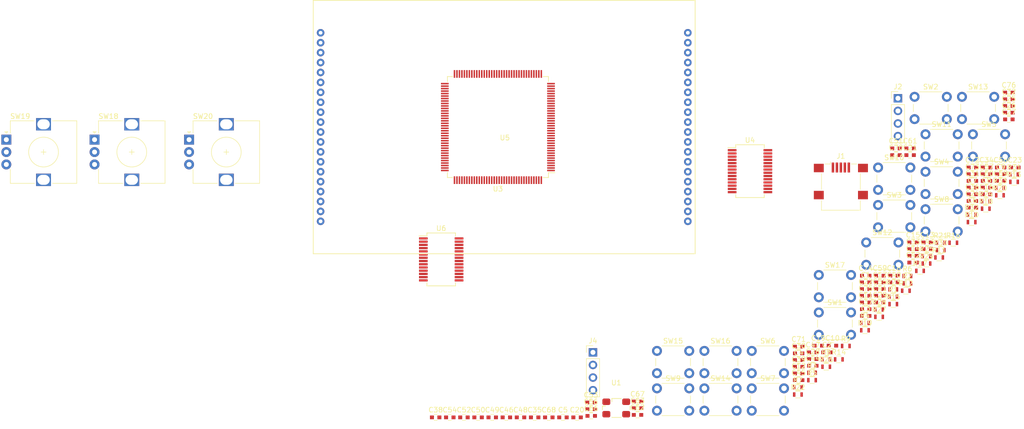
<source format=kicad_pcb>
(kicad_pcb (version 20171130) (host pcbnew "(5.0.0)")
  (layers (0 F.Cu signal) (31 B.Cu signal) (34 B.Paste user) (35 F.Paste user) (36 B.SilkS user) (37 F.SilkS user) (38 B.Mask user) (39 F.Mask user) (44 Edge.Cuts user))
  (net 0 "")
  (net 1 /UI_5V)
  (net 2 GND)
  (net 3 /LCD_D10)
  (net 4 /LCD_D11)
  (net 5 /LCD_D12)
  (net 6 /LCD_D13)
  (net 7 /LCD_D14)
  (net 8 /LCD_D15)
  (net 9 /LCD_D16)
  (net 10 /LCD_D17)
  (net 11 /LCD_CS)
  (net 12 /LCD_RS)
  (net 13 /LCD_WR)
  (net 14 /LCD_RD)
  (net 15 /LCD_RESET)
  (net 16 /LCD_SDO)
  (net 17 /LCD_SDI)
  (net 18 "Net-(U5-Pad18)")
  (net 19 "Net-(U5-Pad20)")
  (net 20 "Net-(U5-Pad21)")
  (net 21 /LCD_D0)
  (net 22 /LCD_D1)
  (net 23 /LCD_D2)
  (net 24 /LCD_D3)
  (net 25 /LCD_D4)
  (net 26 /LCD_D5)
  (net 27 /LCD_D6)
  (net 28 /LCD_D7)
  (net 29 "Net-(U5-Pad31)")
  (net 30 /TP_CS)
  (net 31 /TP_SCK)
  (net 32 /TP_SDI)
  (net 33 /TP_SDO)
  (net 34 /TP_IRQ)
  (net 35 "Net-(U5-Pad37)")
  (net 36 "Net-(U5-Pad38)")
  (net 37 /LCD_BL)
  (net 38 "Net-(U1-Pad1)")
  (net 39 "Net-(C26-Pad2)")
  (net 40 "Net-(U1-Pad3)")
  (net 41 /EncRIT1)
  (net 42 /EncRIT2)
  (net 43 /EncRF2)
  (net 44 /EncRF1)
  (net 45 /EncVol1)
  (net 46 /EncVol2)
  (net 47 +3V3)
  (net 48 /I2C4_SCL)
  (net 49 /SAI2_MCLK_B)
  (net 50 "Net-(R10-Pad2)")
  (net 51 "Net-(Q1-Pad3)")
  (net 52 "Net-(C69-Pad2)")
  (net 53 "Net-(C66-Pad2)")
  (net 54 /MICBIAS)
  (net 55 /SAI1_SD_A)
  (net 56 "Net-(R18-Pad1)")
  (net 57 "Net-(R17-Pad1)")
  (net 58 /SAI1_FS_B)
  (net 59 /SAI1_SD_B)
  (net 60 "Net-(R16-Pad1)")
  (net 61 "Net-(R15-Pad1)")
  (net 62 /SAI1_SCK_B)
  (net 63 /I2C4_SDA)
  (net 64 "Net-(R12-Pad2)")
  (net 65 "Net-(R11-Pad2)")
  (net 66 /I2C2_SCL)
  (net 67 /SAI2_SD_A)
  (net 68 "Net-(R9-Pad1)")
  (net 69 "Net-(R8-Pad1)")
  (net 70 /SAI2_FS_B)
  (net 71 /SAI2_SD_B)
  (net 72 "Net-(R7-Pad1)")
  (net 73 "Net-(R5-Pad1)")
  (net 74 "Net-(R22-Pad2)")
  (net 75 "Net-(C68-Pad2)")
  (net 76 "Net-(C76-Pad2)")
  (net 77 "Net-(C74-Pad2)")
  (net 78 "Net-(C67-Pad2)")
  (net 79 /USB_N)
  (net 80 /USB_OTG_FS_DM)
  (net 81 /USB_OTG_FS_DP)
  (net 82 /USB_P)
  (net 83 "Net-(J3-Pad2)")
  (net 84 +3.3VA)
  (net 85 +3.3VADC)
  (net 86 "Net-(J10-Pad24)")
  (net 87 /I2C1_SDA)
  (net 88 /I2C1_SCL)
  (net 89 "Net-(J10-Pad23)")
  (net 90 "Net-(J9-PadR)")
  (net 91 /PTT)
  (net 92 "Net-(R21-Pad2)")
  (net 93 /SAI1_MCLK_B)
  (net 94 /I2C2_SDA)
  (net 95 "Net-(R23-Pad2)")
  (net 96 /SAI2_SCK_B)
  (net 97 "Net-(R6-Pad1)")
  (net 98 /EncFreq2)
  (net 99 /EncFreq1)
  (net 100 +5V)
  (net 101 /NRST)
  (net 102 /SWCLK)
  (net 103 /SWDIO)
  (net 104 "Net-(U6-Pad26)")
  (net 105 "Net-(C67-Pad1)")
  (net 106 "Net-(C68-Pad1)")
  (net 107 "Net-(C69-Pad1)")
  (net 108 "Net-(Q1-Pad2)")
  (net 109 "Net-(C70-Pad2)")
  (net 110 VDDA)
  (net 111 "Net-(J6-Pad2)")
  (net 112 "Net-(J6-Pad1)")
  (net 113 "Net-(C65-Pad1)")
  (net 114 "Net-(C64-Pad1)")
  (net 115 "Net-(U6-Pad2)")
  (net 116 "Net-(U4-Pad2)")
  (net 117 "Net-(U4-Pad9)")
  (net 118 "Net-(U4-Pad10)")
  (net 119 "Net-(C50-Pad2)")
  (net 120 "Net-(C51-Pad2)")
  (net 121 "Net-(C52-Pad2)")
  (net 122 "Net-(U4-Pad17)")
  (net 123 "Net-(U4-Pad18)")
  (net 124 "Net-(C54-Pad1)")
  (net 125 "Net-(C53-Pad1)")
  (net 126 "Net-(U4-Pad26)")
  (net 127 VBUS)
  (net 128 /xUSB_N)
  (net 129 /xUSB_P)
  (net 130 "Net-(J1-Pad4)")
  (net 131 /ButtonG1)
  (net 132 /ButtonM3)
  (net 133 /AUDIO_IN_I)
  (net 134 "Net-(C62-Pad2)")
  (net 135 "Net-(C32-Pad1)")
  (net 136 "Net-(C31-Pad1)")
  (net 137 /ButtonF3)
  (net 138 /ButtonG2)
  (net 139 /ButtonM1)
  (net 140 /ButtonM2)
  (net 141 /ButtonG3)
  (net 142 /ButtonStpP)
  (net 143 /ButtonF1)
  (net 144 /ButtonF2)
  (net 145 /ButtonBndM)
  (net 146 /ButtonBndP)
  (net 147 /ButtonStpM)
  (net 148 /ButtonF4)
  (net 149 /ButtonF5)
  (net 150 /ButtonPwr)
  (net 151 "Net-(C60-Pad2)")
  (net 152 /ButtonG4)
  (net 153 /AUDIO_IN_Q)
  (net 154 /AUDIO_OUT_Q)
  (net 155 /AUDIO_OUT_I)
  (net 156 "Net-(U3-Pad142)")
  (net 157 "Net-(U3-Pad141)")
  (net 158 "Net-(U3-Pad140)")
  (net 159 "Net-(U3-Pad129)")
  (net 160 "Net-(U3-Pad128)")
  (net 161 "Net-(U3-Pad127)")
  (net 162 "Net-(U3-Pad124)")
  (net 163 "Net-(U3-Pad113)")
  (net 164 "Net-(U3-Pad112)")
  (net 165 "Net-(U3-Pad111)")
  (net 166 /BAND2)
  (net 167 /BAND1)
  (net 168 "Net-(U3-Pad99)")
  (net 169 /PWR_DWN)
  (net 170 "Net-(U3-Pad92)")
  (net 171 "Net-(U3-Pad90)")
  (net 172 "Net-(U3-Pad76)")
  (net 173 "Net-(U3-Pad75)")
  (net 174 "Net-(U3-Pad73)")
  (net 175 "Net-(U3-Pad57)")
  (net 176 /BAND0)
  (net 177 "Net-(U3-Pad53)")
  (net 178 "Net-(U3-Pad50)")
  (net 179 "Net-(U3-Pad49)")
  (net 180 /PTT_ON)
  (net 181 "Net-(U3-Pad43)")
  (net 182 /ADC1)
  (net 183 /DAC1)
  (net 184 "Net-(U3-Pad40)")
  (net 185 /ADC2)
  (net 186 "Net-(U3-Pad24)")
  (net 187 "Net-(U3-Pad22)")
  (net 188 "Net-(U3-Pad15)")
  (net 189 "Net-(U3-Pad14)")
  (net 190 /ADC3)
  (net 191 "Net-(U3-Pad12)")
  (net 192 "Net-(U3-Pad11)")
  (net 193 "Net-(U3-Pad9)")
  (net 194 "Net-(U3-Pad8)")
  (net 195 "Net-(U3-Pad7)")
  (module Housings_QFP:LQFP-144_20x20mm_Pitch0.5mm (layer F.Cu) (at 121.92 78.74 180)
    (fp_text reference U3 (at 0 -12.475 180) (layer F.SilkS))
    (fp_text value STM32F767ZITx)
    (pad 144 smd rect (at -8.75 -10.7 270) (size 1.55 0.3) (layers F.Cu F.Paste F.Mask) (net 47 +3V3))
    (pad 143 smd rect (at -8.25 -10.7 270) (size 1.55 0.3) (layers F.Cu F.Paste F.Mask) (net 73 "Net-(R5-Pad1)"))
    (pad 142 smd rect (at -7.75 -10.7 270) (size 1.55 0.3) (layers F.Cu F.Paste F.Mask) (net 156 "Net-(U3-Pad142)"))
    (pad 141 smd rect (at -7.25 -10.7 270) (size 1.55 0.3) (layers F.Cu F.Paste F.Mask) (net 157 "Net-(U3-Pad141)"))
    (pad 140 smd rect (at -6.75 -10.7 270) (size 1.55 0.3) (layers F.Cu F.Paste F.Mask) (net 158 "Net-(U3-Pad140)"))
    (pad 139 smd rect (at -6.25 -10.7 270) (size 1.55 0.3) (layers F.Cu F.Paste F.Mask) (net 138 /ButtonG2))
    (pad 138 smd rect (at -5.75 -10.7 270) (size 1.55 0.3) (layers F.Cu F.Paste F.Mask) (net 83 "Net-(J3-Pad2)"))
    (pad 137 smd rect (at -5.25 -10.7 270) (size 1.55 0.3) (layers F.Cu F.Paste F.Mask) (net 87 /I2C1_SDA))
    (pad 136 smd rect (at -4.75 -10.7 270) (size 1.55 0.3) (layers F.Cu F.Paste F.Mask) (net 88 /I2C1_SCL))
    (pad 135 smd rect (at -4.25 -10.7 270) (size 1.55 0.3) (layers F.Cu F.Paste F.Mask) (net 46 /EncVol2))
    (pad 134 smd rect (at -3.75 -10.7 270) (size 1.55 0.3) (layers F.Cu F.Paste F.Mask) (net 45 /EncVol1))
    (pad 133 smd rect (at -3.25 -10.7 270) (size 1.55 0.3) (layers F.Cu F.Paste F.Mask) (net 140 /ButtonM2))
    (pad 132 smd rect (at -2.75 -10.7 270) (size 1.55 0.3) (layers F.Cu F.Paste F.Mask) (net 137 /ButtonF3))
    (pad 131 smd rect (at -2.25 -10.7 270) (size 1.55 0.3) (layers F.Cu F.Paste F.Mask) (net 47 +3V3))
    (pad 130 smd rect (at -1.75 -10.7 270) (size 1.55 0.3) (layers F.Cu F.Paste F.Mask) (net 2 GND))
    (pad 129 smd rect (at -1.25 -10.7 270) (size 1.55 0.3) (layers F.Cu F.Paste F.Mask) (net 159 "Net-(U3-Pad129)"))
    (pad 128 smd rect (at -0.75 -10.7 270) (size 1.55 0.3) (layers F.Cu F.Paste F.Mask) (net 160 "Net-(U3-Pad128)"))
    (pad 127 smd rect (at -0.25 -10.7 270) (size 1.55 0.3) (layers F.Cu F.Paste F.Mask) (net 161 "Net-(U3-Pad127)"))
    (pad 126 smd rect (at 0.25 -10.7 270) (size 1.55 0.3) (layers F.Cu F.Paste F.Mask) (net 152 /ButtonG4))
    (pad 125 smd rect (at 0.75 -10.7 270) (size 1.55 0.3) (layers F.Cu F.Paste F.Mask) (net 71 /SAI2_SD_B))
    (pad 124 smd rect (at 1.25 -10.7 270) (size 1.55 0.3) (layers F.Cu F.Paste F.Mask) (net 162 "Net-(U3-Pad124)"))
    (pad 123 smd rect (at 1.75 -10.7 270) (size 1.55 0.3) (layers F.Cu F.Paste F.Mask) (net 11 /LCD_CS))
    (pad 122 smd rect (at 2.25 -10.7 270) (size 1.55 0.3) (layers F.Cu F.Paste F.Mask) (net 55 /SAI1_SD_A))
    (pad 121 smd rect (at 2.75 -10.7 270) (size 1.55 0.3) (layers F.Cu F.Paste F.Mask) (net 47 +3V3))
    (pad 120 smd rect (at 3.25 -10.7 270) (size 1.55 0.3) (layers F.Cu F.Paste F.Mask) (net 2 GND))
    (pad 119 smd rect (at 3.75 -10.7 270) (size 1.55 0.3) (layers F.Cu F.Paste F.Mask) (net 13 /LCD_WR))
    (pad 118 smd rect (at 4.25 -10.7 270) (size 1.55 0.3) (layers F.Cu F.Paste F.Mask) (net 14 /LCD_RD))
    (pad 117 smd rect (at 4.75 -10.7 270) (size 1.55 0.3) (layers F.Cu F.Paste F.Mask) (net 15 /LCD_RESET))
    (pad 116 smd rect (at 5.25 -10.7 270) (size 1.55 0.3) (layers F.Cu F.Paste F.Mask) (net 37 /LCD_BL))
    (pad 115 smd rect (at 5.75 -10.7 270) (size 1.55 0.3) (layers F.Cu F.Paste F.Mask) (net 24 /LCD_D3))
    (pad 114 smd rect (at 6.25 -10.7 270) (size 1.55 0.3) (layers F.Cu F.Paste F.Mask) (net 23 /LCD_D2))
    (pad 113 smd rect (at 6.75 -10.7 270) (size 1.55 0.3) (layers F.Cu F.Paste F.Mask) (net 163 "Net-(U3-Pad113)"))
    (pad 112 smd rect (at 7.25 -10.7 270) (size 1.55 0.3) (layers F.Cu F.Paste F.Mask) (net 164 "Net-(U3-Pad112)"))
    (pad 111 smd rect (at 7.75 -10.7 270) (size 1.55 0.3) (layers F.Cu F.Paste F.Mask) (net 165 "Net-(U3-Pad111)"))
    (pad 110 smd rect (at 8.25 -10.7 270) (size 1.55 0.3) (layers F.Cu F.Paste F.Mask) (net 143 /ButtonF1))
    (pad 109 smd rect (at 8.75 -10.7 270) (size 1.55 0.3) (layers F.Cu F.Paste F.Mask) (net 102 /SWCLK))
    (pad 108 smd rect (at 10.7 -8.75 180) (size 1.55 0.3) (layers F.Cu F.Paste F.Mask) (net 47 +3V3))
    (pad 107 smd rect (at 10.7 -8.25 180) (size 1.55 0.3) (layers F.Cu F.Paste F.Mask) (net 2 GND))
    (pad 106 smd rect (at 10.7 -7.75 180) (size 1.55 0.3) (layers F.Cu F.Paste F.Mask) (net 135 "Net-(C32-Pad1)"))
    (pad 105 smd rect (at 10.7 -7.25 180) (size 1.55 0.3) (layers F.Cu F.Paste F.Mask) (net 103 /SWDIO))
    (pad 104 smd rect (at 10.7 -6.75 180) (size 1.55 0.3) (layers F.Cu F.Paste F.Mask) (net 81 /USB_OTG_FS_DP))
    (pad 103 smd rect (at 10.7 -6.25 180) (size 1.55 0.3) (layers F.Cu F.Paste F.Mask) (net 80 /USB_OTG_FS_DM))
    (pad 102 smd rect (at 10.7 -5.75 180) (size 1.55 0.3) (layers F.Cu F.Paste F.Mask) (net 166 /BAND2))
    (pad 101 smd rect (at 10.7 -5.25 180) (size 1.55 0.3) (layers F.Cu F.Paste F.Mask) (net 30 /TP_CS))
    (pad 100 smd rect (at 10.7 -4.75 180) (size 1.55 0.3) (layers F.Cu F.Paste F.Mask) (net 167 /BAND1))
    (pad 99 smd rect (at 10.7 -4.25 180) (size 1.55 0.3) (layers F.Cu F.Paste F.Mask) (net 168 "Net-(U3-Pad99)"))
    (pad 98 smd rect (at 10.7 -3.75 180) (size 1.55 0.3) (layers F.Cu F.Paste F.Mask) (net 169 /PWR_DWN))
    (pad 97 smd rect (at 10.7 -3.25 180) (size 1.55 0.3) (layers F.Cu F.Paste F.Mask) (net 98 /EncFreq2))
    (pad 96 smd rect (at 10.7 -2.75 180) (size 1.55 0.3) (layers F.Cu F.Paste F.Mask) (net 99 /EncFreq1))
    (pad 95 smd rect (at 10.7 -2.25 180) (size 1.55 0.3) (layers F.Cu F.Paste F.Mask) (net 47 +3V3))
    (pad 94 smd rect (at 10.7 -1.75 180) (size 1.55 0.3) (layers F.Cu F.Paste F.Mask) (net 2 GND))
    (pad 93 smd rect (at 10.7 -1.25 180) (size 1.55 0.3) (layers F.Cu F.Paste F.Mask) (net 54 /MICBIAS))
    (pad 92 smd rect (at 10.7 -0.75 180) (size 1.55 0.3) (layers F.Cu F.Paste F.Mask) (net 170 "Net-(U3-Pad92)"))
    (pad 91 smd rect (at 10.7 -0.25 180) (size 1.55 0.3) (layers F.Cu F.Paste F.Mask) (net 131 /ButtonG1))
    (pad 90 smd rect (at 10.7 0.25 180) (size 1.55 0.3) (layers F.Cu F.Paste F.Mask) (net 171 "Net-(U3-Pad90)"))
    (pad 89 smd rect (at 10.7 0.75 180) (size 1.55 0.3) (layers F.Cu F.Paste F.Mask) (net 34 /TP_IRQ))
    (pad 88 smd rect (at 10.7 1.25 180) (size 1.55 0.3) (layers F.Cu F.Paste F.Mask) (net 12 /LCD_RS))
    (pad 87 smd rect (at 10.7 1.75 180) (size 1.55 0.3) (layers F.Cu F.Paste F.Mask) (net 150 /ButtonPwr))
    (pad 86 smd rect (at 10.7 2.25 180) (size 1.55 0.3) (layers F.Cu F.Paste F.Mask) (net 22 /LCD_D1))
    (pad 85 smd rect (at 10.7 2.75 180) (size 1.55 0.3) (layers F.Cu F.Paste F.Mask) (net 21 /LCD_D0))
    (pad 84 smd rect (at 10.7 3.25 180) (size 1.55 0.3) (layers F.Cu F.Paste F.Mask) (net 47 +3V3))
    (pad 83 smd rect (at 10.7 3.75 180) (size 1.55 0.3) (layers F.Cu F.Paste F.Mask) (net 2 GND))
    (pad 82 smd rect (at 10.7 4.25 180) (size 1.55 0.3) (layers F.Cu F.Paste F.Mask) (net 43 /EncRF2))
    (pad 81 smd rect (at 10.7 4.75 180) (size 1.55 0.3) (layers F.Cu F.Paste F.Mask) (net 44 /EncRF1))
    (pad 80 smd rect (at 10.7 5.25 180) (size 1.55 0.3) (layers F.Cu F.Paste F.Mask) (net 67 /SAI2_SD_A))
    (pad 79 smd rect (at 10.7 5.75 180) (size 1.55 0.3) (layers F.Cu F.Paste F.Mask) (net 10 /LCD_D17))
    (pad 78 smd rect (at 10.7 6.25 180) (size 1.55 0.3) (layers F.Cu F.Paste F.Mask) (net 9 /LCD_D16))
    (pad 77 smd rect (at 10.7 6.75 180) (size 1.55 0.3) (layers F.Cu F.Paste F.Mask) (net 8 /LCD_D15))
    (pad 76 smd rect (at 10.7 7.25 180) (size 1.55 0.3) (layers F.Cu F.Paste F.Mask) (net 172 "Net-(U3-Pad76)"))
    (pad 75 smd rect (at 10.7 7.75 180) (size 1.55 0.3) (layers F.Cu F.Paste F.Mask) (net 173 "Net-(U3-Pad75)"))
    (pad 74 smd rect (at 10.7 8.25 180) (size 1.55 0.3) (layers F.Cu F.Paste F.Mask) (net 31 /TP_SCK))
    (pad 73 smd rect (at 10.7 8.75 180) (size 1.55 0.3) (layers F.Cu F.Paste F.Mask) (net 174 "Net-(U3-Pad73)"))
    (pad 72 smd rect (at 8.75 10.7 270) (size 1.55 0.3) (layers F.Cu F.Paste F.Mask) (net 47 +3V3))
    (pad 71 smd rect (at 8.25 10.7 270) (size 1.55 0.3) (layers F.Cu F.Paste F.Mask) (net 136 "Net-(C31-Pad1)"))
    (pad 70 smd rect (at 7.75 10.7 270) (size 1.55 0.3) (layers F.Cu F.Paste F.Mask) (net 94 /I2C2_SDA))
    (pad 69 smd rect (at 7.25 10.7 270) (size 1.55 0.3) (layers F.Cu F.Paste F.Mask) (net 66 /I2C2_SCL))
    (pad 68 smd rect (at 6.75 10.7 270) (size 1.55 0.3) (layers F.Cu F.Paste F.Mask) (net 7 /LCD_D14))
    (pad 67 smd rect (at 6.25 10.7 270) (size 1.55 0.3) (layers F.Cu F.Paste F.Mask) (net 6 /LCD_D13))
    (pad 66 smd rect (at 5.75 10.7 270) (size 1.55 0.3) (layers F.Cu F.Paste F.Mask) (net 5 /LCD_D12))
    (pad 65 smd rect (at 5.25 10.7 270) (size 1.55 0.3) (layers F.Cu F.Paste F.Mask) (net 4 /LCD_D11))
    (pad 64 smd rect (at 4.75 10.7 270) (size 1.55 0.3) (layers F.Cu F.Paste F.Mask) (net 3 /LCD_D10))
    (pad 63 smd rect (at 4.25 10.7 270) (size 1.55 0.3) (layers F.Cu F.Paste F.Mask) (net 28 /LCD_D7))
    (pad 62 smd rect (at 3.75 10.7 270) (size 1.55 0.3) (layers F.Cu F.Paste F.Mask) (net 47 +3V3))
    (pad 61 smd rect (at 3.25 10.7 270) (size 1.55 0.3) (layers F.Cu F.Paste F.Mask) (net 2 GND))
    (pad 60 smd rect (at 2.75 10.7 270) (size 1.55 0.3) (layers F.Cu F.Paste F.Mask) (net 27 /LCD_D6))
    (pad 59 smd rect (at 2.25 10.7 270) (size 1.55 0.3) (layers F.Cu F.Paste F.Mask) (net 26 /LCD_D5))
    (pad 58 smd rect (at 1.75 10.7 270) (size 1.55 0.3) (layers F.Cu F.Paste F.Mask) (net 25 /LCD_D4))
    (pad 57 smd rect (at 1.25 10.7 270) (size 1.55 0.3) (layers F.Cu F.Paste F.Mask) (net 175 "Net-(U3-Pad57)"))
    (pad 56 smd rect (at 0.75 10.7 270) (size 1.55 0.3) (layers F.Cu F.Paste F.Mask) (net 176 /BAND0))
    (pad 55 smd rect (at 0.25 10.7 270) (size 1.55 0.3) (layers F.Cu F.Paste F.Mask) (net 63 /I2C4_SDA))
    (pad 54 smd rect (at -0.25 10.7 270) (size 1.55 0.3) (layers F.Cu F.Paste F.Mask) (net 48 /I2C4_SCL))
    (pad 53 smd rect (at -0.75 10.7 270) (size 1.55 0.3) (layers F.Cu F.Paste F.Mask) (net 177 "Net-(U3-Pad53)"))
    (pad 52 smd rect (at -1.25 10.7 270) (size 1.55 0.3) (layers F.Cu F.Paste F.Mask) (net 47 +3V3))
    (pad 51 smd rect (at -1.75 10.7 270) (size 1.55 0.3) (layers F.Cu F.Paste F.Mask) (net 2 GND))
    (pad 50 smd rect (at -2.25 10.7 270) (size 1.55 0.3) (layers F.Cu F.Paste F.Mask) (net 178 "Net-(U3-Pad50)"))
    (pad 49 smd rect (at -2.75 10.7 270) (size 1.55 0.3) (layers F.Cu F.Paste F.Mask) (net 179 "Net-(U3-Pad49)"))
    (pad 48 smd rect (at -3.25 10.7 270) (size 1.55 0.3) (layers F.Cu F.Paste F.Mask) (net 146 /ButtonBndP))
    (pad 47 smd rect (at -3.75 10.7 270) (size 1.55 0.3) (layers F.Cu F.Paste F.Mask) (net 180 /PTT_ON))
    (pad 46 smd rect (at -4.25 10.7 270) (size 1.55 0.3) (layers F.Cu F.Paste F.Mask) (net 145 /ButtonBndM))
    (pad 45 smd rect (at -4.75 10.7 270) (size 1.55 0.3) (layers F.Cu F.Paste F.Mask) (net 142 /ButtonStpP))
    (pad 44 smd rect (at -5.25 10.7 270) (size 1.55 0.3) (layers F.Cu F.Paste F.Mask) (net 147 /ButtonStpM))
    (pad 43 smd rect (at -5.75 10.7 270) (size 1.55 0.3) (layers F.Cu F.Paste F.Mask) (net 181 "Net-(U3-Pad43)"))
    (pad 42 smd rect (at -6.25 10.7 270) (size 1.55 0.3) (layers F.Cu F.Paste F.Mask) (net 182 /ADC1))
    (pad 41 smd rect (at -6.75 10.7 270) (size 1.55 0.3) (layers F.Cu F.Paste F.Mask) (net 183 /DAC1))
    (pad 40 smd rect (at -7.25 10.7 270) (size 1.55 0.3) (layers F.Cu F.Paste F.Mask) (net 184 "Net-(U3-Pad40)"))
    (pad 39 smd rect (at -7.75 10.7 270) (size 1.55 0.3) (layers F.Cu F.Paste F.Mask) (net 47 +3V3))
    (pad 38 smd rect (at -8.25 10.7 270) (size 1.55 0.3) (layers F.Cu F.Paste F.Mask) (net 2 GND))
    (pad 37 smd rect (at -8.75 10.7 270) (size 1.55 0.3) (layers F.Cu F.Paste F.Mask) (net 185 /ADC2))
    (pad 36 smd rect (at -10.7 8.75 180) (size 1.55 0.3) (layers F.Cu F.Paste F.Mask) (net 96 /SAI2_SCK_B))
    (pad 35 smd rect (at -10.7 8.25 180) (size 1.55 0.3) (layers F.Cu F.Paste F.Mask) (net 42 /EncRIT2))
    (pad 34 smd rect (at -10.7 7.75 180) (size 1.55 0.3) (layers F.Cu F.Paste F.Mask) (net 41 /EncRIT1))
    (pad 33 smd rect (at -10.7 7.25 180) (size 1.55 0.3) (layers F.Cu F.Paste F.Mask) (net 84 +3.3VA))
    (pad 32 smd rect (at -10.7 6.75 180) (size 1.55 0.3) (layers F.Cu F.Paste F.Mask) (net 85 +3.3VADC))
    (pad 31 smd rect (at -10.7 6.25 180) (size 1.55 0.3) (layers F.Cu F.Paste F.Mask) (net 2 GND))
    (pad 30 smd rect (at -10.7 5.75 180) (size 1.55 0.3) (layers F.Cu F.Paste F.Mask) (net 47 +3V3))
    (pad 29 smd rect (at -10.7 5.25 180) (size 1.55 0.3) (layers F.Cu F.Paste F.Mask) (net 32 /TP_SDI))
    (pad 28 smd rect (at -10.7 4.75 180) (size 1.55 0.3) (layers F.Cu F.Paste F.Mask) (net 33 /TP_SDO))
    (pad 27 smd rect (at -10.7 4.25 180) (size 1.55 0.3) (layers F.Cu F.Paste F.Mask) (net 132 /ButtonM3))
    (pad 26 smd rect (at -10.7 3.75 180) (size 1.55 0.3) (layers F.Cu F.Paste F.Mask) (net 70 /SAI2_FS_B))
    (pad 25 smd rect (at -10.7 3.25 180) (size 1.55 0.3) (layers F.Cu F.Paste F.Mask) (net 101 /NRST))
    (pad 24 smd rect (at -10.7 2.75 180) (size 1.55 0.3) (layers F.Cu F.Paste F.Mask) (net 186 "Net-(U3-Pad24)"))
    (pad 23 smd rect (at -10.7 2.25 180) (size 1.55 0.3) (layers F.Cu F.Paste F.Mask) (net 40 "Net-(U1-Pad3)"))
    (pad 22 smd rect (at -10.7 1.75 180) (size 1.55 0.3) (layers F.Cu F.Paste F.Mask) (net 187 "Net-(U3-Pad22)"))
    (pad 21 smd rect (at -10.7 1.25 180) (size 1.55 0.3) (layers F.Cu F.Paste F.Mask) (net 58 /SAI1_FS_B))
    (pad 20 smd rect (at -10.7 0.75 180) (size 1.55 0.3) (layers F.Cu F.Paste F.Mask) (net 62 /SAI1_SCK_B))
    (pad 19 smd rect (at -10.7 0.25 180) (size 1.55 0.3) (layers F.Cu F.Paste F.Mask) (net 93 /SAI1_MCLK_B))
    (pad 18 smd rect (at -10.7 -0.25 180) (size 1.55 0.3) (layers F.Cu F.Paste F.Mask) (net 59 /SAI1_SD_B))
    (pad 17 smd rect (at -10.7 -0.75 180) (size 1.55 0.3) (layers F.Cu F.Paste F.Mask) (net 47 +3V3))
    (pad 16 smd rect (at -10.7 -1.25 180) (size 1.55 0.3) (layers F.Cu F.Paste F.Mask) (net 2 GND))
    (pad 15 smd rect (at -10.7 -1.75 180) (size 1.55 0.3) (layers F.Cu F.Paste F.Mask) (net 188 "Net-(U3-Pad15)"))
    (pad 14 smd rect (at -10.7 -2.25 180) (size 1.55 0.3) (layers F.Cu F.Paste F.Mask) (net 189 "Net-(U3-Pad14)"))
    (pad 13 smd rect (at -10.7 -2.75 180) (size 1.55 0.3) (layers F.Cu F.Paste F.Mask) (net 190 /ADC3))
    (pad 12 smd rect (at -10.7 -3.25 180) (size 1.55 0.3) (layers F.Cu F.Paste F.Mask) (net 191 "Net-(U3-Pad12)"))
    (pad 11 smd rect (at -10.7 -3.75 180) (size 1.55 0.3) (layers F.Cu F.Paste F.Mask) (net 192 "Net-(U3-Pad11)"))
    (pad 10 smd rect (at -10.7 -4.25 180) (size 1.55 0.3) (layers F.Cu F.Paste F.Mask) (net 139 /ButtonM1))
    (pad 9 smd rect (at -10.7 -4.75 180) (size 1.55 0.3) (layers F.Cu F.Paste F.Mask) (net 193 "Net-(U3-Pad9)"))
    (pad 8 smd rect (at -10.7 -5.25 180) (size 1.55 0.3) (layers F.Cu F.Paste F.Mask) (net 194 "Net-(U3-Pad8)"))
    (pad 7 smd rect (at -10.7 -5.75 180) (size 1.55 0.3) (layers F.Cu F.Paste F.Mask) (net 195 "Net-(U3-Pad7)"))
    (pad 6 smd rect (at -10.7 -6.25 180) (size 1.55 0.3) (layers F.Cu F.Paste F.Mask) (net 47 +3V3))
    (pad 5 smd rect (at -10.7 -6.75 180) (size 1.55 0.3) (layers F.Cu F.Paste F.Mask) (net 49 /SAI2_MCLK_B))
    (pad 4 smd rect (at -10.7 -7.25 180) (size 1.55 0.3) (layers F.Cu F.Paste F.Mask) (net 149 /ButtonF5))
    (pad 3 smd rect (at -10.7 -7.75 180) (size 1.55 0.3) (layers F.Cu F.Paste F.Mask) (net 141 /ButtonG3))
    (pad 2 smd rect (at -10.7 -8.25 180) (size 1.55 0.3) (layers F.Cu F.Paste F.Mask) (net 148 /ButtonF4))
    (pad 1 smd rect (at -10.7 -8.75 180) (size 1.55 0.3) (layers F.Cu F.Paste F.Mask) (net 144 /ButtonF2))
  )
  (module Buttons_Switches_THT:SW_PUSH_6mm_h4.3mm (layer F.Cu) (at 208.085001 95.295001)
    (fp_text reference SW8 (at 3.25 -2) (layer F.SilkS))
    (fp_text value PA15)
    (pad 1 thru_hole circle (at 6.5 0 90) (size 2 2) (drill 1.1) (layers *.Cu *.Mask) (net 2 GND))
    (pad 2 thru_hole circle (at 6.5 4.5 90) (size 2 2) (drill 1.1) (layers *.Cu *.Mask) (net 143 /ButtonF1))
    (pad 1 thru_hole circle (at 0 0 90) (size 2 2) (drill 1.1) (layers *.Cu *.Mask) (net 2 GND))
    (pad 2 thru_hole circle (at 0 4.5 90) (size 2 2) (drill 1.1) (layers *.Cu *.Mask) (net 143 /ButtonF1))
  )
  (module Buttons_Switches_THT:SW_PUSH_6mm_h4.3mm (layer F.Cu) (at 173.075001 131.395001)
    (fp_text reference SW7 (at 3.25 -2) (layer F.SilkS))
    (fp_text value PC1)
    (pad 2 thru_hole circle (at 0 4.5 90) (size 2 2) (drill 1.1) (layers *.Cu *.Mask) (net 132 /ButtonM3))
    (pad 1 thru_hole circle (at 0 0 90) (size 2 2) (drill 1.1) (layers *.Cu *.Mask) (net 2 GND))
    (pad 2 thru_hole circle (at 6.5 4.5 90) (size 2 2) (drill 1.1) (layers *.Cu *.Mask) (net 132 /ButtonM3))
    (pad 1 thru_hole circle (at 6.5 0 90) (size 2 2) (drill 1.1) (layers *.Cu *.Mask) (net 2 GND))
  )
  (module Buttons_Switches_THT:SW_PUSH_6mm_h4.3mm (layer F.Cu) (at 173.075001 123.845001)
    (fp_text reference SW6 (at 3.25 -2) (layer F.SilkS))
    (fp_text value PB3)
    (pad 1 thru_hole circle (at 6.5 0 90) (size 2 2) (drill 1.1) (layers *.Cu *.Mask) (net 2 GND))
    (pad 2 thru_hole circle (at 6.5 4.5 90) (size 2 2) (drill 1.1) (layers *.Cu *.Mask) (net 140 /ButtonM2))
    (pad 1 thru_hole circle (at 0 0 90) (size 2 2) (drill 1.1) (layers *.Cu *.Mask) (net 2 GND))
    (pad 2 thru_hole circle (at 0 4.5 90) (size 2 2) (drill 1.1) (layers *.Cu *.Mask) (net 140 /ButtonM2))
  )
  (module Buttons_Switches_THT:SW_PUSH_6mm_h4.3mm (layer F.Cu) (at 217.635001 80.195001)
    (fp_text reference SW5 (at 3.25 -2) (layer F.SilkS))
    (fp_text value PF0)
    (pad 2 thru_hole circle (at 0 4.5 90) (size 2 2) (drill 1.1) (layers *.Cu *.Mask) (net 139 /ButtonM1))
    (pad 1 thru_hole circle (at 0 0 90) (size 2 2) (drill 1.1) (layers *.Cu *.Mask) (net 2 GND))
    (pad 2 thru_hole circle (at 6.5 4.5 90) (size 2 2) (drill 1.1) (layers *.Cu *.Mask) (net 139 /ButtonM1))
    (pad 1 thru_hole circle (at 6.5 0 90) (size 2 2) (drill 1.1) (layers *.Cu *.Mask) (net 2 GND))
  )
  (module Buttons_Switches_THT:SW_PUSH_6mm_h4.3mm (layer F.Cu) (at 196.135001 101.995001)
    (fp_text reference SW12 (at 3.25 -2) (layer F.SilkS))
    (fp_text value PE5)
    (pad 1 thru_hole circle (at 6.5 0 90) (size 2 2) (drill 1.1) (layers *.Cu *.Mask) (net 2 GND))
    (pad 2 thru_hole circle (at 6.5 4.5 90) (size 2 2) (drill 1.1) (layers *.Cu *.Mask) (net 149 /ButtonF5))
    (pad 1 thru_hole circle (at 0 0 90) (size 2 2) (drill 1.1) (layers *.Cu *.Mask) (net 2 GND))
    (pad 2 thru_hole circle (at 0 4.5 90) (size 2 2) (drill 1.1) (layers *.Cu *.Mask) (net 149 /ButtonF5))
  )
  (module Buttons_Switches_THT:SW_PUSH_6mm_h4.3mm (layer F.Cu) (at 208.085001 87.745001)
    (fp_text reference SW4 (at 3.25 -2) (layer F.SilkS))
    (fp_text value PG11)
    (pad 2 thru_hole circle (at 0 4.5 90) (size 2 2) (drill 1.1) (layers *.Cu *.Mask) (net 152 /ButtonG4))
    (pad 1 thru_hole circle (at 0 0 90) (size 2 2) (drill 1.1) (layers *.Cu *.Mask) (net 2 GND))
    (pad 2 thru_hole circle (at 6.5 4.5 90) (size 2 2) (drill 1.1) (layers *.Cu *.Mask) (net 152 /ButtonG4))
    (pad 1 thru_hole circle (at 6.5 0 90) (size 2 2) (drill 1.1) (layers *.Cu *.Mask) (net 2 GND))
  )
  (module Buttons_Switches_THT:SW_PUSH_6mm_h4.3mm (layer F.Cu) (at 205.885001 72.645001)
    (fp_text reference SW2 (at 3.25 -2) (layer F.SilkS))
    (fp_text value PB8)
    (pad 1 thru_hole circle (at 6.5 0 90) (size 2 2) (drill 1.1) (layers *.Cu *.Mask) (net 2 GND))
    (pad 2 thru_hole circle (at 6.5 4.5 90) (size 2 2) (drill 1.1) (layers *.Cu *.Mask) (net 138 /ButtonG2))
    (pad 1 thru_hole circle (at 0 0 90) (size 2 2) (drill 1.1) (layers *.Cu *.Mask) (net 2 GND))
    (pad 2 thru_hole circle (at 0 4.5 90) (size 2 2) (drill 1.1) (layers *.Cu *.Mask) (net 138 /ButtonG2))
  )
  (module Buttons_Switches_THT:SW_PUSH_6mm_h4.3mm (layer F.Cu) (at 186.585001 116.095001)
    (fp_text reference SW1 (at 3.25 -2) (layer F.SilkS))
    (fp_text value PG6)
    (pad 2 thru_hole circle (at 0 4.5 90) (size 2 2) (drill 1.1) (layers *.Cu *.Mask) (net 131 /ButtonG1))
    (pad 1 thru_hole circle (at 0 0 90) (size 2 2) (drill 1.1) (layers *.Cu *.Mask) (net 2 GND))
    (pad 2 thru_hole circle (at 6.5 4.5 90) (size 2 2) (drill 1.1) (layers *.Cu *.Mask) (net 131 /ButtonG1))
    (pad 1 thru_hole circle (at 6.5 0 90) (size 2 2) (drill 1.1) (layers *.Cu *.Mask) (net 2 GND))
  )
  (module Buttons_Switches_THT:SW_PUSH_6mm_h4.3mm (layer F.Cu) (at 153.975001 131.395001)
    (fp_text reference SW9 (at 3.25 -2) (layer F.SilkS))
    (fp_text value PE2)
    (pad 1 thru_hole circle (at 6.5 0 90) (size 2 2) (drill 1.1) (layers *.Cu *.Mask) (net 2 GND))
    (pad 2 thru_hole circle (at 6.5 4.5 90) (size 2 2) (drill 1.1) (layers *.Cu *.Mask) (net 144 /ButtonF2))
    (pad 1 thru_hole circle (at 0 0 90) (size 2 2) (drill 1.1) (layers *.Cu *.Mask) (net 2 GND))
    (pad 2 thru_hole circle (at 0 4.5 90) (size 2 2) (drill 1.1) (layers *.Cu *.Mask) (net 144 /ButtonF2))
  )
  (module Buttons_Switches_THT:SW_PUSH_6mm_h4.3mm (layer F.Cu) (at 186.585001 108.545001)
    (fp_text reference SW17 (at 3.25 -2) (layer F.SilkS))
    (fp_text value PG2)
    (pad 2 thru_hole circle (at 0 4.5 90) (size 2 2) (drill 1.1) (layers *.Cu *.Mask) (net 150 /ButtonPwr))
    (pad 1 thru_hole circle (at 0 0 90) (size 2 2) (drill 1.1) (layers *.Cu *.Mask) (net 2 GND))
    (pad 2 thru_hole circle (at 6.5 4.5 90) (size 2 2) (drill 1.1) (layers *.Cu *.Mask) (net 150 /ButtonPwr))
    (pad 1 thru_hole circle (at 6.5 0 90) (size 2 2) (drill 1.1) (layers *.Cu *.Mask) (net 2 GND))
  )
  (module Buttons_Switches_THT:SW_PUSH_6mm_h4.3mm (layer F.Cu) (at 163.525001 123.845001)
    (fp_text reference SW16 (at 3.25 -2) (layer F.SilkS))
    (fp_text value PC5)
    (pad 1 thru_hole circle (at 6.5 0 90) (size 2 2) (drill 1.1) (layers *.Cu *.Mask) (net 2 GND))
    (pad 2 thru_hole circle (at 6.5 4.5 90) (size 2 2) (drill 1.1) (layers *.Cu *.Mask) (net 142 /ButtonStpP))
    (pad 1 thru_hole circle (at 0 0 90) (size 2 2) (drill 1.1) (layers *.Cu *.Mask) (net 2 GND))
    (pad 2 thru_hole circle (at 0 4.5 90) (size 2 2) (drill 1.1) (layers *.Cu *.Mask) (net 142 /ButtonStpP))
  )
  (module Buttons_Switches_THT:SW_PUSH_6mm_h4.3mm (layer F.Cu) (at 153.975001 123.845001)
    (fp_text reference SW15 (at 3.25 -2) (layer F.SilkS))
    (fp_text value PC4)
    (pad 2 thru_hole circle (at 0 4.5 90) (size 2 2) (drill 1.1) (layers *.Cu *.Mask) (net 147 /ButtonStpM))
    (pad 1 thru_hole circle (at 0 0 90) (size 2 2) (drill 1.1) (layers *.Cu *.Mask) (net 2 GND))
    (pad 2 thru_hole circle (at 6.5 4.5 90) (size 2 2) (drill 1.1) (layers *.Cu *.Mask) (net 147 /ButtonStpM))
    (pad 1 thru_hole circle (at 6.5 0 90) (size 2 2) (drill 1.1) (layers *.Cu *.Mask) (net 2 GND))
  )
  (module Buttons_Switches_THT:SW_PUSH_6mm_h4.3mm (layer F.Cu) (at 163.525001 131.395001)
    (fp_text reference SW14 (at 3.25 -2) (layer F.SilkS))
    (fp_text value PB2)
    (pad 1 thru_hole circle (at 6.5 0 90) (size 2 2) (drill 1.1) (layers *.Cu *.Mask) (net 2 GND))
    (pad 2 thru_hole circle (at 6.5 4.5 90) (size 2 2) (drill 1.1) (layers *.Cu *.Mask) (net 146 /ButtonBndP))
    (pad 1 thru_hole circle (at 0 0 90) (size 2 2) (drill 1.1) (layers *.Cu *.Mask) (net 2 GND))
    (pad 2 thru_hole circle (at 0 4.5 90) (size 2 2) (drill 1.1) (layers *.Cu *.Mask) (net 146 /ButtonBndP))
  )
  (module Buttons_Switches_THT:SW_PUSH_6mm_h4.3mm (layer F.Cu) (at 198.535001 94.445001)
    (fp_text reference SW3 (at 3.25 -2) (layer F.SilkS))
    (fp_text value PE4)
    (pad 2 thru_hole circle (at 0 4.5 90) (size 2 2) (drill 1.1) (layers *.Cu *.Mask) (net 141 /ButtonG3))
    (pad 1 thru_hole circle (at 0 0 90) (size 2 2) (drill 1.1) (layers *.Cu *.Mask) (net 2 GND))
    (pad 2 thru_hole circle (at 6.5 4.5 90) (size 2 2) (drill 1.1) (layers *.Cu *.Mask) (net 141 /ButtonG3))
    (pad 1 thru_hole circle (at 6.5 0 90) (size 2 2) (drill 1.1) (layers *.Cu *.Mask) (net 2 GND))
  )
  (module Buttons_Switches_THT:SW_PUSH_6mm_h4.3mm (layer F.Cu) (at 215.435001 72.645001)
    (fp_text reference SW13 (at 3.25 -2) (layer F.SilkS))
    (fp_text value PB0)
    (pad 1 thru_hole circle (at 6.5 0 90) (size 2 2) (drill 1.1) (layers *.Cu *.Mask) (net 2 GND))
    (pad 2 thru_hole circle (at 6.5 4.5 90) (size 2 2) (drill 1.1) (layers *.Cu *.Mask) (net 145 /ButtonBndM))
    (pad 1 thru_hole circle (at 0 0 90) (size 2 2) (drill 1.1) (layers *.Cu *.Mask) (net 2 GND))
    (pad 2 thru_hole circle (at 0 4.5 90) (size 2 2) (drill 1.1) (layers *.Cu *.Mask) (net 145 /ButtonBndM))
  )
  (module Buttons_Switches_THT:SW_PUSH_6mm_h4.3mm (layer F.Cu) (at 208.085001 80.195001)
    (fp_text reference SW11 (at 3.25 -2) (layer F.SilkS))
    (fp_text value PE3)
    (pad 2 thru_hole circle (at 0 4.5 90) (size 2 2) (drill 1.1) (layers *.Cu *.Mask) (net 148 /ButtonF4))
    (pad 1 thru_hole circle (at 0 0 90) (size 2 2) (drill 1.1) (layers *.Cu *.Mask) (net 2 GND))
    (pad 2 thru_hole circle (at 6.5 4.5 90) (size 2 2) (drill 1.1) (layers *.Cu *.Mask) (net 148 /ButtonF4))
    (pad 1 thru_hole circle (at 6.5 0 90) (size 2 2) (drill 1.1) (layers *.Cu *.Mask) (net 2 GND))
  )
  (module Buttons_Switches_THT:SW_PUSH_6mm_h4.3mm (layer F.Cu) (at 198.535001 86.895001)
    (fp_text reference SW10 (at 3.25 -2) (layer F.SilkS))
    (fp_text value PG15)
    (pad 1 thru_hole circle (at 6.5 0 90) (size 2 2) (drill 1.1) (layers *.Cu *.Mask) (net 2 GND))
    (pad 2 thru_hole circle (at 6.5 4.5 90) (size 2 2) (drill 1.1) (layers *.Cu *.Mask) (net 137 /ButtonF3))
    (pad 1 thru_hole circle (at 0 0 90) (size 2 2) (drill 1.1) (layers *.Cu *.Mask) (net 2 GND))
    (pad 2 thru_hole circle (at 0 4.5 90) (size 2 2) (drill 1.1) (layers *.Cu *.Mask) (net 137 /ButtonF3))
  )
  (module Capacitors_SMD:C_0603 (layer F.Cu) (at 123.625001 137.245001)
    (fp_text reference C46 (at 0 -1.5) (layer F.SilkS))
    (fp_text value 100nF)
    (pad 2 smd rect (at 0.75 0) (size 0.8 0.75) (layers F.Cu F.Paste F.Mask) (net 110 VDDA))
    (pad 1 smd rect (at -0.75 0) (size 0.8 0.75) (layers F.Cu F.Paste F.Mask) (net 2 GND))
  )
  (module Capacitors_SMD:C_0603 (layer F.Cu) (at 201.735001 110.045001)
    (fp_text reference C40 (at 0 -1.5) (layer F.SilkS))
    (fp_text value 100nF)
    (pad 1 smd rect (at -0.75 0) (size 0.8 0.75) (layers F.Cu F.Paste F.Mask) (net 2 GND))
    (pad 2 smd rect (at 0.75 0) (size 0.8 0.75) (layers F.Cu F.Paste F.Mask) (net 47 +3V3))
  )
  (module Capacitors_SMD:C_0603 (layer F.Cu) (at 198.885001 112.745001)
    (fp_text reference C41 (at 0 -1.5) (layer F.SilkS))
    (fp_text value 100nF)
    (pad 2 smd rect (at 0.75 0) (size 0.8 0.75) (layers F.Cu F.Paste F.Mask) (net 47 +3V3))
    (pad 1 smd rect (at -0.75 0) (size 0.8 0.75) (layers F.Cu F.Paste F.Mask) (net 2 GND))
  )
  (module Capacitors_SMD:C_0603 (layer F.Cu) (at 205.585001 106.045001)
    (fp_text reference C42 (at 0 -1.5) (layer F.SilkS))
    (fp_text value 100nF)
    (pad 1 smd rect (at -0.75 0) (size 0.8 0.75) (layers F.Cu F.Paste F.Mask) (net 2 GND))
    (pad 2 smd rect (at 0.75 0) (size 0.8 0.75) (layers F.Cu F.Paste F.Mask) (net 47 +3V3))
  )
  (module Capacitors_SMD:C_0603 (layer F.Cu) (at 208.435001 103.345001)
    (fp_text reference C43 (at 0 -1.5) (layer F.SilkS))
    (fp_text value 100nF)
    (pad 2 smd rect (at 0.75 0) (size 0.8 0.75) (layers F.Cu F.Paste F.Mask) (net 47 +3V3))
    (pad 1 smd rect (at -0.75 0) (size 0.8 0.75) (layers F.Cu F.Paste F.Mask) (net 2 GND))
  )
  (module Capacitors_SMD:C_0603 (layer F.Cu) (at 185.375001 126.845001)
    (fp_text reference C44 (at 0 -1.5) (layer F.SilkS))
    (fp_text value 100nF)
    (pad 1 smd rect (at -0.75 0) (size 0.8 0.75) (layers F.Cu F.Paste F.Mask) (net 2 GND))
    (pad 2 smd rect (at 0.75 0) (size 0.8 0.75) (layers F.Cu F.Paste F.Mask) (net 47 +3V3))
  )
  (module Capacitors_SMD:C_0603 (layer F.Cu) (at 182.525001 129.745001)
    (fp_text reference C45 (at 0 -1.5) (layer F.SilkS))
    (fp_text value 4.7uF)
    (pad 2 smd rect (at 0.75 0) (size 0.8 0.75) (layers F.Cu F.Paste F.Mask) (net 47 +3V3))
    (pad 1 smd rect (at -0.75 0) (size 0.8 0.75) (layers F.Cu F.Paste F.Mask) (net 2 GND))
  )
  (module Capacitors_SMD:C_0603 (layer F.Cu) (at 196.035001 115.445001)
    (fp_text reference C37 (at 0 -1.5) (layer F.SilkS))
    (fp_text value 100nF)
    (pad 1 smd rect (at -0.75 0) (size 0.8 0.75) (layers F.Cu F.Paste F.Mask) (net 2 GND))
    (pad 2 smd rect (at 0.75 0) (size 0.8 0.75) (layers F.Cu F.Paste F.Mask) (net 47 +3V3))
  )
  (module Capacitors_SMD:C_0603 (layer F.Cu) (at 126.475001 137.245001)
    (fp_text reference C48 (at 0 -1.5) (layer F.SilkS))
    (fp_text value 100nF)
    (pad 2 smd rect (at 0.75 0) (size 0.8 0.75) (layers F.Cu F.Paste F.Mask) (net 47 +3V3))
    (pad 1 smd rect (at -0.75 0) (size 0.8 0.75) (layers F.Cu F.Paste F.Mask) (net 2 GND))
  )
  (module Capacitors_SMD:C_0603 (layer F.Cu) (at 120.775001 137.245001)
    (fp_text reference C49 (at 0 -1.5) (layer F.SilkS))
    (fp_text value 10uF)
    (pad 1 smd rect (at -0.75 0) (size 0.8 0.75) (layers F.Cu F.Paste F.Mask) (net 2 GND))
    (pad 2 smd rect (at 0.75 0) (size 0.8 0.75) (layers F.Cu F.Paste F.Mask) (net 47 +3V3))
  )
  (module Capacitors_SMD:C_0603 (layer F.Cu) (at 117.925001 137.245001)
    (fp_text reference C50 (at 0 -1.5) (layer F.SilkS))
    (fp_text value 470nF)
    (pad 2 smd rect (at 0.75 0) (size 0.8 0.75) (layers F.Cu F.Paste F.Mask) (net 119 "Net-(C50-Pad2)"))
    (pad 1 smd rect (at -0.75 0) (size 0.8 0.75) (layers F.Cu F.Paste F.Mask) (net 155 /AUDIO_OUT_I))
  )
  (module Capacitors_SMD:C_0603 (layer F.Cu) (at 202.135001 83.045001)
    (fp_text reference C51 (at 0 -1.5) (layer F.SilkS))
    (fp_text value 470nF)
    (pad 1 smd rect (at -0.75 0) (size 0.8 0.75) (layers F.Cu F.Paste F.Mask) (net 154 /AUDIO_OUT_Q))
    (pad 2 smd rect (at 0.75 0) (size 0.8 0.75) (layers F.Cu F.Paste F.Mask) (net 120 "Net-(C51-Pad2)"))
  )
  (module Capacitors_SMD:C_0603 (layer F.Cu) (at 115.075001 137.245001)
    (fp_text reference C52 (at 0 -1.5) (layer F.SilkS))
    (fp_text value 10uF)
    (pad 2 smd rect (at 0.75 0) (size 0.8 0.75) (layers F.Cu F.Paste F.Mask) (net 121 "Net-(C52-Pad2)"))
    (pad 1 smd rect (at -0.75 0) (size 0.8 0.75) (layers F.Cu F.Paste F.Mask) (net 2 GND))
  )
  (module Capacitors_SMD:C_0603 (layer F.Cu) (at 140.675001 134.245001)
    (fp_text reference C53 (at 0 -1.5) (layer F.SilkS))
    (fp_text value 1uF)
    (pad 1 smd rect (at -0.75 0) (size 0.8 0.75) (layers F.Cu F.Paste F.Mask) (net 125 "Net-(C53-Pad1)"))
    (pad 2 smd rect (at 0.75 0) (size 0.8 0.75) (layers F.Cu F.Paste F.Mask) (net 133 /AUDIO_IN_I))
  )
  (module Capacitors_SMD:C_0603 (layer F.Cu) (at 112.225001 137.245001)
    (fp_text reference C54 (at 0 -1.5) (layer F.SilkS))
    (fp_text value 1uF)
    (pad 2 smd rect (at 0.75 0) (size 0.8 0.75) (layers F.Cu F.Paste F.Mask) (net 153 /AUDIO_IN_Q))
    (pad 1 smd rect (at -0.75 0) (size 0.8 0.75) (layers F.Cu F.Paste F.Mask) (net 124 "Net-(C54-Pad1)"))
  )
  (module Capacitors_SMD:C_0603 (layer F.Cu) (at 223.235001 89.595001)
    (fp_text reference C69 (at 0 -1.5) (layer F.SilkS))
    (fp_text value 1uF)
    (pad 1 smd rect (at -0.75 0) (size 0.8 0.75) (layers F.Cu F.Paste F.Mask) (net 107 "Net-(C69-Pad1)"))
    (pad 2 smd rect (at 0.75 0) (size 0.8 0.75) (layers F.Cu F.Paste F.Mask) (net 52 "Net-(C69-Pad2)"))
  )
  (module Capacitors_SMD:C_0603 (layer F.Cu) (at 185.375001 124.145001)
    (fp_text reference C47 (at 0 -1.5) (layer F.SilkS))
    (fp_text value 100nF)
    (pad 2 smd rect (at 0.75 0) (size 0.8 0.75) (layers F.Cu F.Paste F.Mask) (net 47 +3V3))
    (pad 1 smd rect (at -0.75 0) (size 0.8 0.75) (layers F.Cu F.Paste F.Mask) (net 2 GND))
  )
  (module Capacitors_SMD:C_0603 (layer F.Cu) (at 182.525001 127.045001)
    (fp_text reference C39 (at 0 -1.5) (layer F.SilkS))
    (fp_text value 100nF)
    (pad 1 smd rect (at -0.75 0) (size 0.8 0.75) (layers F.Cu F.Paste F.Mask) (net 2 GND))
    (pad 2 smd rect (at 0.75 0) (size 0.8 0.75) (layers F.Cu F.Paste F.Mask) (net 47 +3V3))
  )
  (module Capacitors_SMD:C_0603 (layer F.Cu) (at 220.385001 88.245001)
    (fp_text reference C57 (at 0 -1.5) (layer F.SilkS))
    (fp_text value 220pF)
    (pad 2 smd rect (at 0.75 0) (size 0.8 0.75) (layers F.Cu F.Paste F.Mask) (net 153 /AUDIO_IN_Q))
    (pad 1 smd rect (at -0.75 0) (size 0.8 0.75) (layers F.Cu F.Paste F.Mask) (net 2 GND))
  )
  (module Capacitors_SMD:C_0603 (layer F.Cu) (at 217.535001 90.945001)
    (fp_text reference C7 (at 0 -1.5) (layer F.SilkS))
    (fp_text value 100nF)
    (pad 1 smd rect (at -0.75 0) (size 0.8 0.75) (layers F.Cu F.Paste F.Mask) (net 152 /ButtonG4))
    (pad 2 smd rect (at 0.75 0) (size 0.8 0.75) (layers F.Cu F.Paste F.Mask) (net 2 GND))
  )
  (module Capacitors_SMD:C_0603 (layer F.Cu) (at 223.235001 86.895001)
    (fp_text reference C58 (at 0 -1.5) (layer F.SilkS))
    (fp_text value 100nF)
    (pad 2 smd rect (at 0.75 0) (size 0.8 0.75) (layers F.Cu F.Paste F.Mask) (net 110 VDDA))
    (pad 1 smd rect (at -0.75 0) (size 0.8 0.75) (layers F.Cu F.Paste F.Mask) (net 2 GND))
  )
  (module Capacitors_SMD:C_0603 (layer F.Cu) (at 198.885001 108.695001)
    (fp_text reference C59 (at 0 -1.5) (layer F.SilkS))
    (fp_text value 100nF)
    (pad 1 smd rect (at -0.75 0) (size 0.8 0.75) (layers F.Cu F.Paste F.Mask) (net 2 GND))
    (pad 2 smd rect (at 0.75 0) (size 0.8 0.75) (layers F.Cu F.Paste F.Mask) (net 47 +3V3))
  )
  (module Capacitors_SMD:C_0603 (layer F.Cu) (at 220.385001 89.595001)
    (fp_text reference C60 (at 0 -1.5) (layer F.SilkS))
    (fp_text value 1nF)
    (pad 2 smd rect (at 0.75 0) (size 0.8 0.75) (layers F.Cu F.Paste F.Mask) (net 151 "Net-(C60-Pad2)"))
    (pad 1 smd rect (at -0.75 0) (size 0.8 0.75) (layers F.Cu F.Paste F.Mask) (net 2 GND))
  )
  (module Capacitors_SMD:C_0603 (layer F.Cu) (at 109.375001 137.245001)
    (fp_text reference C38 (at 0 -1.5) (layer F.SilkS))
    (fp_text value 100nF)
    (pad 1 smd rect (at -0.75 0) (size 0.8 0.75) (layers F.Cu F.Paste F.Mask) (net 2 GND))
    (pad 2 smd rect (at 0.75 0) (size 0.8 0.75) (layers F.Cu F.Paste F.Mask) (net 47 +3V3))
  )
  (module Capacitors_SMD:C_0603 (layer F.Cu) (at 201.735001 108.695001)
    (fp_text reference C18 (at 0 -1.5) (layer F.SilkS))
    (fp_text value 1nF)
    (pad 2 smd rect (at 0.75 0) (size 0.8 0.75) (layers F.Cu F.Paste F.Mask) (net 46 /EncVol2))
    (pad 1 smd rect (at -0.75 0) (size 0.8 0.75) (layers F.Cu F.Paste F.Mask) (net 2 GND))
  )
  (module Capacitors_SMD:C_0603 (layer F.Cu) (at 198.885001 110.045001)
    (fp_text reference C17 (at 0 -1.5) (layer F.SilkS))
    (fp_text value 100nF)
    (pad 1 smd rect (at -0.75 0) (size 0.8 0.75) (layers F.Cu F.Paste F.Mask) (net 150 /ButtonPwr))
    (pad 2 smd rect (at 0.75 0) (size 0.8 0.75) (layers F.Cu F.Paste F.Mask) (net 2 GND))
  )
  (module Capacitors_SMD:C_0603 (layer F.Cu) (at 198.885001 111.395001)
    (fp_text reference C55 (at 0 -1.5) (layer F.SilkS))
    (fp_text value 100nF)
    (pad 2 smd rect (at 0.75 0) (size 0.8 0.75) (layers F.Cu F.Paste F.Mask) (net 121 "Net-(C52-Pad2)"))
    (pad 1 smd rect (at -0.75 0) (size 0.8 0.75) (layers F.Cu F.Paste F.Mask) (net 2 GND))
  )
  (module Capacitors_SMD:C_0603 (layer F.Cu) (at 205.585001 101.995001)
    (fp_text reference C15 (at 0 -1.5) (layer F.SilkS))
    (fp_text value 100nF)
    (pad 1 smd rect (at -0.75 0) (size 0.8 0.75) (layers F.Cu F.Paste F.Mask) (net 149 /ButtonF5))
    (pad 2 smd rect (at 0.75 0) (size 0.8 0.75) (layers F.Cu F.Paste F.Mask) (net 2 GND))
  )
  (module Capacitors_SMD:C_0603 (layer F.Cu) (at 205.585001 103.345001)
    (fp_text reference C33 (at 0 -1.5) (layer F.SilkS))
    (fp_text value 100nF)
    (pad 2 smd rect (at 0.75 0) (size 0.8 0.75) (layers F.Cu F.Paste F.Mask) (net 47 +3V3))
    (pad 1 smd rect (at -0.75 0) (size 0.8 0.75) (layers F.Cu F.Paste F.Mask) (net 2 GND))
  )
  (module Capacitors_SMD:C_0603 (layer F.Cu) (at 205.585001 104.695001)
    (fp_text reference C14 (at 0 -1.5) (layer F.SilkS))
    (fp_text value 100nF)
    (pad 1 smd rect (at -0.75 0) (size 0.8 0.75) (layers F.Cu F.Paste F.Mask) (net 148 /ButtonF4))
    (pad 2 smd rect (at 0.75 0) (size 0.8 0.75) (layers F.Cu F.Paste F.Mask) (net 2 GND))
  )
  (module Capacitors_SMD:C_0603 (layer F.Cu) (at 208.435001 101.995001)
    (fp_text reference C13 (at 0 -1.5) (layer F.SilkS))
    (fp_text value 100nF)
    (pad 2 smd rect (at 0.75 0) (size 0.8 0.75) (layers F.Cu F.Paste F.Mask) (net 2 GND))
    (pad 1 smd rect (at -0.75 0) (size 0.8 0.75) (layers F.Cu F.Paste F.Mask) (net 147 /ButtonStpM))
  )
  (module Capacitors_SMD:C_0603 (layer F.Cu) (at 182.525001 128.395001)
    (fp_text reference C12 (at 0 -1.5) (layer F.SilkS))
    (fp_text value 100nF)
    (pad 1 smd rect (at -0.75 0) (size 0.8 0.75) (layers F.Cu F.Paste F.Mask) (net 146 /ButtonBndP))
    (pad 2 smd rect (at 0.75 0) (size 0.8 0.75) (layers F.Cu F.Paste F.Mask) (net 2 GND))
  )
  (module Capacitors_SMD:C_0603 (layer F.Cu) (at 196.035001 114.095001)
    (fp_text reference C11 (at 0 -1.5) (layer F.SilkS))
    (fp_text value 100nF)
    (pad 2 smd rect (at 0.75 0) (size 0.8 0.75) (layers F.Cu F.Paste F.Mask) (net 2 GND))
    (pad 1 smd rect (at -0.75 0) (size 0.8 0.75) (layers F.Cu F.Paste F.Mask) (net 145 /ButtonBndM))
  )
  (module Capacitors_SMD:C_0603 (layer F.Cu) (at 185.375001 125.495001)
    (fp_text reference C28 (at 0 -1.5) (layer F.SilkS))
    (fp_text value 100nF)
    (pad 1 smd rect (at -0.75 0) (size 0.8 0.75) (layers F.Cu F.Paste F.Mask) (net 2 GND))
    (pad 2 smd rect (at 0.75 0) (size 0.8 0.75) (layers F.Cu F.Paste F.Mask) (net 85 +3.3VADC))
  )
  (module Capacitors_SMD:C_0603 (layer F.Cu) (at 223.235001 88.245001)
    (fp_text reference C9 (at 0 -1.5) (layer F.SilkS))
    (fp_text value 100nF)
    (pad 2 smd rect (at 0.75 0) (size 0.8 0.75) (layers F.Cu F.Paste F.Mask) (net 2 GND))
    (pad 1 smd rect (at -0.75 0) (size 0.8 0.75) (layers F.Cu F.Paste F.Mask) (net 144 /ButtonF2))
  )
  (module Capacitors_SMD:C_0603 (layer F.Cu) (at 220.385001 90.945001)
    (fp_text reference C8 (at 0 -1.5) (layer F.SilkS))
    (fp_text value 100nF)
    (pad 1 smd rect (at -0.75 0) (size 0.8 0.75) (layers F.Cu F.Paste F.Mask) (net 143 /ButtonF1))
    (pad 2 smd rect (at 0.75 0) (size 0.8 0.75) (layers F.Cu F.Paste F.Mask) (net 2 GND))
  )
  (module Capacitors_SMD:C_0603 (layer F.Cu) (at 220.385001 92.295001)
    (fp_text reference C16 (at 0 -1.5) (layer F.SilkS))
    (fp_text value 100nF)
    (pad 2 smd rect (at 0.75 0) (size 0.8 0.75) (layers F.Cu F.Paste F.Mask) (net 2 GND))
    (pad 1 smd rect (at -0.75 0) (size 0.8 0.75) (layers F.Cu F.Paste F.Mask) (net 142 /ButtonStpP))
  )
  (module Capacitors_SMD:C_0603 (layer F.Cu) (at 217.535001 93.645001)
    (fp_text reference C24 (at 0 -1.5) (layer F.SilkS))
    (fp_text value 100nF)
    (pad 1 smd rect (at -0.75 0) (size 0.8 0.75) (layers F.Cu F.Paste F.Mask) (net 2 GND))
    (pad 2 smd rect (at 0.75 0) (size 0.8 0.75) (layers F.Cu F.Paste F.Mask) (net 100 +5V))
  )
  (module Capacitors_SMD:C_0603 (layer F.Cu) (at 226.085001 86.895001)
    (fp_text reference C23 (at 0 -1.5) (layer F.SilkS))
    (fp_text value 1nF)
    (pad 2 smd rect (at 0.75 0) (size 0.8 0.75) (layers F.Cu F.Paste F.Mask) (net 41 /EncRIT1))
    (pad 1 smd rect (at -0.75 0) (size 0.8 0.75) (layers F.Cu F.Paste F.Mask) (net 2 GND))
  )
  (module Capacitors_SMD:C_0603 (layer F.Cu) (at 217.535001 94.995001)
    (fp_text reference C6 (at 0 -1.5) (layer F.SilkS))
    (fp_text value 100nF)
    (pad 1 smd rect (at -0.75 0) (size 0.8 0.75) (layers F.Cu F.Paste F.Mask) (net 141 /ButtonG3))
    (pad 2 smd rect (at 0.75 0) (size 0.8 0.75) (layers F.Cu F.Paste F.Mask) (net 2 GND))
  )
  (module Capacitors_SMD:C_0603 (layer F.Cu) (at 182.525001 125.695001)
    (fp_text reference C4 (at 0 -1.5) (layer F.SilkS))
    (fp_text value 100nF)
    (pad 2 smd rect (at 0.75 0) (size 0.8 0.75) (layers F.Cu F.Paste F.Mask) (net 2 GND))
    (pad 1 smd rect (at -0.75 0) (size 0.8 0.75) (layers F.Cu F.Paste F.Mask) (net 140 /ButtonM2))
  )
  (module Capacitors_SMD:C_0603 (layer F.Cu) (at 196.035001 116.795001)
    (fp_text reference C3 (at 0 -1.5) (layer F.SilkS))
    (fp_text value 100nF)
    (pad 1 smd rect (at -0.75 0) (size 0.8 0.75) (layers F.Cu F.Paste F.Mask) (net 139 /ButtonM1))
    (pad 2 smd rect (at 0.75 0) (size 0.8 0.75) (layers F.Cu F.Paste F.Mask) (net 2 GND))
  )
  (module Capacitors_SMD:C_0603 (layer F.Cu) (at 188.225001 124.145001)
    (fp_text reference C2 (at 0 -1.5) (layer F.SilkS))
    (fp_text value 100nF)
    (pad 2 smd rect (at 0.75 0) (size 0.8 0.75) (layers F.Cu F.Paste F.Mask) (net 2 GND))
    (pad 1 smd rect (at -0.75 0) (size 0.8 0.75) (layers F.Cu F.Paste F.Mask) (net 138 /ButtonG2))
  )
  (module Capacitors_SMD:C_0603 (layer F.Cu) (at 189.335001 122.795001)
    (fp_text reference C10 (at 0 -1.5) (layer F.SilkS))
    (fp_text value 100nF)
    (pad 1 smd rect (at -0.75 0) (size 0.8 0.75) (layers F.Cu F.Paste F.Mask) (net 137 /ButtonF3))
    (pad 2 smd rect (at 0.75 0) (size 0.8 0.75) (layers F.Cu F.Paste F.Mask) (net 2 GND))
  )
  (module Capacitors_SMD:C_0603 (layer F.Cu) (at 217.535001 92.295001)
    (fp_text reference C36 (at 0 -1.5) (layer F.SilkS))
    (fp_text value 100nF)
    (pad 2 smd rect (at 0.75 0) (size 0.8 0.75) (layers F.Cu F.Paste F.Mask) (net 47 +3V3))
    (pad 1 smd rect (at -0.75 0) (size 0.8 0.75) (layers F.Cu F.Paste F.Mask) (net 2 GND))
  )
  (module Capacitors_SMD:C_0603 (layer F.Cu) (at 196.035001 112.745001)
    (fp_text reference C75 (at 0 -1.5) (layer F.SilkS))
    (fp_text value 1nF)
    (pad 1 smd rect (at -0.75 0) (size 0.8 0.75) (layers F.Cu F.Paste F.Mask) (net 2 GND))
    (pad 2 smd rect (at 0.75 0) (size 0.8 0.75) (layers F.Cu F.Paste F.Mask) (net 91 /PTT))
  )
  (module Capacitors_SMD:C_0603 (layer F.Cu) (at 220.385001 86.895001)
    (fp_text reference C34 (at 0 -1.5) (layer F.SilkS))
    (fp_text value 100nF)
    (pad 2 smd rect (at 0.75 0) (size 0.8 0.75) (layers F.Cu F.Paste F.Mask) (net 47 +3V3))
    (pad 1 smd rect (at -0.75 0) (size 0.8 0.75) (layers F.Cu F.Paste F.Mask) (net 2 GND))
  )
  (module Capacitors_SMD:C_0603 (layer F.Cu) (at 217.535001 89.595001)
    (fp_text reference C31 (at 0 -1.5) (layer F.SilkS))
    (fp_text value 2.2uF)
    (pad 1 smd rect (at -0.75 0) (size 0.8 0.75) (layers F.Cu F.Paste F.Mask) (net 136 "Net-(C31-Pad1)"))
    (pad 2 smd rect (at 0.75 0) (size 0.8 0.75) (layers F.Cu F.Paste F.Mask) (net 2 GND))
  )
  (module Capacitors_SMD:C_0603 (layer F.Cu) (at 182.525001 124.345001)
    (fp_text reference C30 (at 0 -1.5) (layer F.SilkS))
    (fp_text value 100nF)
    (pad 2 smd rect (at 0.75 0) (size 0.8 0.75) (layers F.Cu F.Paste F.Mask) (net 47 +3V3))
    (pad 1 smd rect (at -0.75 0) (size 0.8 0.75) (layers F.Cu F.Paste F.Mask) (net 2 GND))
  )
  (module Capacitors_SMD:C_0603 (layer F.Cu) (at 198.885001 114.095001)
    (fp_text reference C29 (at 0 -1.5) (layer F.SilkS))
    (fp_text value 4.7uF)
    (pad 1 smd rect (at -0.75 0) (size 0.8 0.75) (layers F.Cu F.Paste F.Mask) (net 2 GND))
    (pad 2 smd rect (at 0.75 0) (size 0.8 0.75) (layers F.Cu F.Paste F.Mask) (net 85 +3.3VADC))
  )
  (module Capacitors_SMD:C_0603 (layer F.Cu) (at 186.485001 122.795001)
    (fp_text reference C19 (at 0 -1.5) (layer F.SilkS))
    (fp_text value 1nF)
    (pad 2 smd rect (at 0.75 0) (size 0.8 0.75) (layers F.Cu F.Paste F.Mask) (net 43 /EncRF2))
    (pad 1 smd rect (at -0.75 0) (size 0.8 0.75) (layers F.Cu F.Paste F.Mask) (net 2 GND))
  )
  (module Capacitors_SMD:C_0603 (layer F.Cu) (at 224.885001 77.195001)
    (fp_text reference C27 (at 0 -1.5) (layer F.SilkS))
    (fp_text value 4.7uF)
    (pad 1 smd rect (at -0.75 0) (size 0.8 0.75) (layers F.Cu F.Paste F.Mask) (net 2 GND))
    (pad 2 smd rect (at 0.75 0) (size 0.8 0.75) (layers F.Cu F.Paste F.Mask) (net 84 +3.3VA))
  )
  (module Capacitors_SMD:C_0603 (layer F.Cu) (at 224.885001 75.845001)
    (fp_text reference C26 (at 0 -1.5) (layer F.SilkS))
    (fp_text value 100nF)
    (pad 2 smd rect (at 0.75 0) (size 0.8 0.75) (layers F.Cu F.Paste F.Mask) (net 39 "Net-(C26-Pad2)"))
    (pad 1 smd rect (at -0.75 0) (size 0.8 0.75) (layers F.Cu F.Paste F.Mask) (net 2 GND))
  )
  (module Capacitors_SMD:C_0603 (layer F.Cu) (at 224.885001 74.495001)
    (fp_text reference C25 (at 0 -1.5) (layer F.SilkS))
    (fp_text value 100nF)
    (pad 1 smd rect (at -0.75 0) (size 0.8 0.75) (layers F.Cu F.Paste F.Mask) (net 2 GND))
    (pad 2 smd rect (at 0.75 0) (size 0.8 0.75) (layers F.Cu F.Paste F.Mask) (net 84 +3.3VA))
  )
  (module Capacitors_SMD:C_0603 (layer F.Cu) (at 224.885001 73.145001)
    (fp_text reference C32 (at 0 -1.5) (layer F.SilkS))
    (fp_text value 2.2uF)
    (pad 2 smd rect (at 0.75 0) (size 0.8 0.75) (layers F.Cu F.Paste F.Mask) (net 2 GND))
    (pad 1 smd rect (at -0.75 0) (size 0.8 0.75) (layers F.Cu F.Paste F.Mask) (net 135 "Net-(C32-Pad1)"))
  )
  (module Capacitors_SMD:C_0603 (layer F.Cu) (at 129.325001 137.245001)
    (fp_text reference C35 (at 0 -1.5) (layer F.SilkS))
    (fp_text value 100nF)
    (pad 1 smd rect (at -0.75 0) (size 0.8 0.75) (layers F.Cu F.Paste F.Mask) (net 2 GND))
    (pad 2 smd rect (at 0.75 0) (size 0.8 0.75) (layers F.Cu F.Paste F.Mask) (net 47 +3V3))
  )
  (module Capacitors_SMD:C_0603 (layer F.Cu) (at 204.985001 84.395001)
    (fp_text reference C21 (at 0 -1.5) (layer F.SilkS))
    (fp_text value 1nF)
    (pad 2 smd rect (at 0.75 0) (size 0.8 0.75) (layers F.Cu F.Paste F.Mask) (net 45 /EncVol1))
    (pad 1 smd rect (at -0.75 0) (size 0.8 0.75) (layers F.Cu F.Paste F.Mask) (net 2 GND))
  )
  (module Capacitors_SMD:C_0603 (layer F.Cu) (at 137.875001 137.245001)
    (fp_text reference C20 (at 0 -1.5) (layer F.SilkS))
    (fp_text value 1nF)
    (pad 1 smd rect (at -0.75 0) (size 0.8 0.75) (layers F.Cu F.Paste F.Mask) (net 2 GND))
    (pad 2 smd rect (at 0.75 0) (size 0.8 0.75) (layers F.Cu F.Paste F.Mask) (net 42 /EncRIT2))
  )
  (module Capacitors_SMD:C_0603 (layer F.Cu) (at 204.985001 83.045001)
    (fp_text reference C61 (at 0 -1.5) (layer F.SilkS))
    (fp_text value 100nF)
    (pad 2 smd rect (at 0.75 0) (size 0.8 0.75) (layers F.Cu F.Paste F.Mask) (net 47 +3V3))
    (pad 1 smd rect (at -0.75 0) (size 0.8 0.75) (layers F.Cu F.Paste F.Mask) (net 2 GND))
  )
  (module Capacitors_SMD:C_0603 (layer F.Cu) (at 150.055001 136.745001)
    (fp_text reference C62 (at 0 -1.5) (layer F.SilkS))
    (fp_text value 1nF)
    (pad 1 smd rect (at -0.75 0) (size 0.8 0.75) (layers F.Cu F.Paste F.Mask) (net 2 GND))
    (pad 2 smd rect (at 0.75 0) (size 0.8 0.75) (layers F.Cu F.Paste F.Mask) (net 134 "Net-(C62-Pad2)"))
  )
  (module Capacitors_SMD:C_0603 (layer F.Cu) (at 150.055001 135.395001)
    (fp_text reference C63 (at 0 -1.5) (layer F.SilkS))
    (fp_text value 10uF)
    (pad 2 smd rect (at 0.75 0) (size 0.8 0.75) (layers F.Cu F.Paste F.Mask) (net 47 +3V3))
    (pad 1 smd rect (at -0.75 0) (size 0.8 0.75) (layers F.Cu F.Paste F.Mask) (net 2 GND))
  )
  (module Capacitors_SMD:C_0603 (layer F.Cu) (at 140.725001 136.945001)
    (fp_text reference C66 (at 0 -1.5) (layer F.SilkS))
    (fp_text value 100nF)
    (pad 1 smd rect (at -0.75 0) (size 0.8 0.75) (layers F.Cu F.Paste F.Mask) (net 2 GND))
    (pad 2 smd rect (at 0.75 0) (size 0.8 0.75) (layers F.Cu F.Paste F.Mask) (net 53 "Net-(C66-Pad2)"))
  )
  (module Capacitors_SMD:C_0603 (layer F.Cu) (at 150.055001 134.045001)
    (fp_text reference C67 (at 0 -1.5) (layer F.SilkS))
    (fp_text value 1uF)
    (pad 2 smd rect (at 0.75 0) (size 0.8 0.75) (layers F.Cu F.Paste F.Mask) (net 78 "Net-(C67-Pad2)"))
    (pad 1 smd rect (at -0.75 0) (size 0.8 0.75) (layers F.Cu F.Paste F.Mask) (net 105 "Net-(C67-Pad1)"))
  )
  (module Capacitors_SMD:C_0603 (layer F.Cu) (at 140.675001 135.595001)
    (fp_text reference C56 (at 0 -1.5) (layer F.SilkS))
    (fp_text value 220pF)
    (pad 1 smd rect (at -0.75 0) (size 0.8 0.75) (layers F.Cu F.Paste F.Mask) (net 2 GND))
    (pad 2 smd rect (at 0.75 0) (size 0.8 0.75) (layers F.Cu F.Paste F.Mask) (net 133 /AUDIO_IN_I))
  )
  (module Capacitors_SMD:C_0603 (layer F.Cu) (at 132.175001 137.245001)
    (fp_text reference C68 (at 0 -1.5) (layer F.SilkS))
    (fp_text value 1uF)
    (pad 2 smd rect (at 0.75 0) (size 0.8 0.75) (layers F.Cu F.Paste F.Mask) (net 75 "Net-(C68-Pad2)"))
    (pad 1 smd rect (at -0.75 0) (size 0.8 0.75) (layers F.Cu F.Paste F.Mask) (net 106 "Net-(C68-Pad1)"))
  )
  (module Capacitors_SMD:C_0603 (layer F.Cu) (at 135.025001 137.245001)
    (fp_text reference C5 (at 0 -1.5) (layer F.SilkS))
    (fp_text value 100nF)
    (pad 1 smd rect (at -0.75 0) (size 0.8 0.75) (layers F.Cu F.Paste F.Mask) (net 132 /ButtonM3))
    (pad 2 smd rect (at 0.75 0) (size 0.8 0.75) (layers F.Cu F.Paste F.Mask) (net 2 GND))
  )
  (module Capacitors_SMD:C_0603 (layer F.Cu) (at 202.135001 84.395001)
    (fp_text reference C70 (at 0 -1.5) (layer F.SilkS))
    (fp_text value 10uF)
    (pad 2 smd rect (at 0.75 0) (size 0.8 0.75) (layers F.Cu F.Paste F.Mask) (net 109 "Net-(C70-Pad2)"))
    (pad 1 smd rect (at -0.75 0) (size 0.8 0.75) (layers F.Cu F.Paste F.Mask) (net 2 GND))
  )
  (module Capacitors_SMD:C_0603 (layer F.Cu) (at 182.525001 122.995001)
    (fp_text reference C71 (at 0 -1.5) (layer F.SilkS))
    (fp_text value 220pF)
    (pad 1 smd rect (at -0.75 0) (size 0.8 0.75) (layers F.Cu F.Paste F.Mask) (net 2 GND))
    (pad 2 smd rect (at 0.75 0) (size 0.8 0.75) (layers F.Cu F.Paste F.Mask) (net 52 "Net-(C69-Pad2)"))
  )
  (module Capacitors_SMD:C_0603 (layer F.Cu) (at 217.535001 86.895001)
    (fp_text reference C72 (at 0 -1.5) (layer F.SilkS))
    (fp_text value 100nF)
    (pad 2 smd rect (at 0.75 0) (size 0.8 0.75) (layers F.Cu F.Paste F.Mask) (net 109 "Net-(C70-Pad2)"))
    (pad 1 smd rect (at -0.75 0) (size 0.8 0.75) (layers F.Cu F.Paste F.Mask) (net 2 GND))
  )
  (module Capacitors_SMD:C_0603 (layer F.Cu) (at 217.535001 88.245001)
    (fp_text reference C73 (at 0 -1.5) (layer F.SilkS))
    (fp_text value 1nF)
    (pad 1 smd rect (at -0.75 0) (size 0.8 0.75) (layers F.Cu F.Paste F.Mask) (net 2 GND))
    (pad 2 smd rect (at 0.75 0) (size 0.8 0.75) (layers F.Cu F.Paste F.Mask) (net 52 "Net-(C69-Pad2)"))
  )
  (module Capacitors_SMD:C_0603 (layer F.Cu) (at 196.035001 108.695001)
    (fp_text reference C74 (at 0 -1.5) (layer F.SilkS))
    (fp_text value 1nF)
    (pad 2 smd rect (at 0.75 0) (size 0.8 0.75) (layers F.Cu F.Paste F.Mask) (net 77 "Net-(C74-Pad2)"))
    (pad 1 smd rect (at -0.75 0) (size 0.8 0.75) (layers F.Cu F.Paste F.Mask) (net 2 GND))
  )
  (module Capacitors_SMD:C_0603 (layer F.Cu) (at 196.035001 110.045001)
    (fp_text reference C1 (at 0 -1.5) (layer F.SilkS))
    (fp_text value 100nF)
    (pad 1 smd rect (at -0.75 0) (size 0.8 0.75) (layers F.Cu F.Paste F.Mask) (net 131 /ButtonG1))
    (pad 2 smd rect (at 0.75 0) (size 0.8 0.75) (layers F.Cu F.Paste F.Mask) (net 2 GND))
  )
  (module Capacitors_SMD:C_0603 (layer F.Cu) (at 196.035001 111.395001)
    (fp_text reference C22 (at 0 -1.5) (layer F.SilkS))
    (fp_text value 1nF)
    (pad 2 smd rect (at 0.75 0) (size 0.8 0.75) (layers F.Cu F.Paste F.Mask) (net 44 /EncRF1))
    (pad 1 smd rect (at -0.75 0) (size 0.8 0.75) (layers F.Cu F.Paste F.Mask) (net 2 GND))
  )
  (module Capacitors_SMD:C_0603 (layer F.Cu) (at 224.885001 71.795001)
    (fp_text reference C76 (at 0 -1.5) (layer F.SilkS))
    (fp_text value 1nF)
    (pad 1 smd rect (at -0.75 0) (size 0.8 0.75) (layers F.Cu F.Paste F.Mask) (net 2 GND))
    (pad 2 smd rect (at 0.75 0) (size 0.8 0.75) (layers F.Cu F.Paste F.Mask) (net 76 "Net-(C76-Pad2)"))
  )
  (module Connector_USB:USB_Mini-B_Lumberg_2486_01_Horizontal (layer F.Cu) (at 191.035001 89.595001)
    (fp_text reference J1 (at 0 -5) (layer F.SilkS))
    (fp_text value USB_B_Mini)
    (pad 1 smd rect (at -1.6 -2.7) (size 0.5 2) (layers F.Cu F.Paste F.Mask) (net 127 VBUS))
    (pad 2 smd rect (at -0.8 -2.7) (size 0.5 2) (layers F.Cu F.Paste F.Mask) (net 128 /xUSB_N))
    (pad 3 smd rect (at 0 -2.7) (size 0.5 2) (layers F.Cu F.Paste F.Mask) (net 129 /xUSB_P))
    (pad 4 smd rect (at 0.8 -2.7) (size 0.5 2) (layers F.Cu F.Paste F.Mask) (net 130 "Net-(J1-Pad4)"))
    (pad 5 smd rect (at 1.6 -2.7) (size 0.5 2) (layers F.Cu F.Paste F.Mask) (net 2 GND))
    (pad 6 smd rect (at -4.45 -2.6) (size 2 1.7) (layers F.Cu F.Paste F.Mask) (net 2 GND))
    (pad 6 smd rect (at -4.45 2.85) (size 2 1.7) (layers F.Cu F.Paste F.Mask) (net 2 GND))
    (pad 6 smd rect (at 4.45 -2.6) (size 2 1.7) (layers F.Cu F.Paste F.Mask) (net 2 GND))
    (pad 6 smd rect (at 4.45 2.85) (size 2 1.7) (layers F.Cu F.Paste F.Mask) (net 2 GND))
    (pad "" np_thru_hole circle (at -2.2 0) (size 1 1) (drill 1) (layers *.Cu *.Mask))
    (pad "" np_thru_hole circle (at 2.2 0) (size 1 1) (drill 1) (layers *.Cu *.Mask))
  )
  (module Housings_SSOP:SSOP-28_5.3x10.2mm_Pitch0.65mm (layer F.Cu) (at 172.72 87.63)
    (fp_text reference U4 (at 0 -6.25) (layer F.SilkS))
    (fp_text value WM8731)
    (pad 1 smd rect (at -3.6 -4.225) (size 1.75 0.45) (layers F.Cu F.Paste F.Mask) (net 47 +3V3))
    (pad 2 smd rect (at -3.6 -3.575) (size 1.75 0.45) (layers F.Cu F.Paste F.Mask) (net 116 "Net-(U4-Pad2)"))
    (pad 3 smd rect (at -3.6 -2.925) (size 1.75 0.45) (layers F.Cu F.Paste F.Mask) (net 97 "Net-(R6-Pad1)"))
    (pad 4 smd rect (at -3.6 -2.275) (size 1.75 0.45) (layers F.Cu F.Paste F.Mask) (net 72 "Net-(R7-Pad1)"))
    (pad 5 smd rect (at -3.6 -1.625) (size 1.75 0.45) (layers F.Cu F.Paste F.Mask) (net 69 "Net-(R8-Pad1)"))
    (pad 6 smd rect (at -3.6 -0.975) (size 1.75 0.45) (layers F.Cu F.Paste F.Mask) (net 68 "Net-(R9-Pad1)"))
    (pad 7 smd rect (at -3.6 -0.325) (size 1.75 0.45) (layers F.Cu F.Paste F.Mask) (net 69 "Net-(R8-Pad1)"))
    (pad 8 smd rect (at -3.6 0.325) (size 1.75 0.45) (layers F.Cu F.Paste F.Mask) (net 110 VDDA))
    (pad 9 smd rect (at -3.6 0.975) (size 1.75 0.45) (layers F.Cu F.Paste F.Mask) (net 117 "Net-(U4-Pad9)"))
    (pad 10 smd rect (at -3.6 1.625) (size 1.75 0.45) (layers F.Cu F.Paste F.Mask) (net 118 "Net-(U4-Pad10)"))
    (pad 11 smd rect (at -3.6 2.275) (size 1.75 0.45) (layers F.Cu F.Paste F.Mask) (net 2 GND))
    (pad 12 smd rect (at -3.6 2.925) (size 1.75 0.45) (layers F.Cu F.Paste F.Mask) (net 119 "Net-(C50-Pad2)"))
    (pad 13 smd rect (at -3.6 3.575) (size 1.75 0.45) (layers F.Cu F.Paste F.Mask) (net 120 "Net-(C51-Pad2)"))
    (pad 14 smd rect (at -3.6 4.225) (size 1.75 0.45) (layers F.Cu F.Paste F.Mask) (net 110 VDDA))
    (pad 15 smd rect (at 3.6 4.225) (size 1.75 0.45) (layers F.Cu F.Paste F.Mask) (net 2 GND))
    (pad 16 smd rect (at 3.6 3.575) (size 1.75 0.45) (layers F.Cu F.Paste F.Mask) (net 121 "Net-(C52-Pad2)"))
    (pad 17 smd rect (at 3.6 2.925) (size 1.75 0.45) (layers F.Cu F.Paste F.Mask) (net 122 "Net-(U4-Pad17)"))
    (pad 18 smd rect (at 3.6 2.275) (size 1.75 0.45) (layers F.Cu F.Paste F.Mask) (net 123 "Net-(U4-Pad18)"))
    (pad 19 smd rect (at 3.6 1.625) (size 1.75 0.45) (layers F.Cu F.Paste F.Mask) (net 124 "Net-(C54-Pad1)"))
    (pad 20 smd rect (at 3.6 0.975) (size 1.75 0.45) (layers F.Cu F.Paste F.Mask) (net 125 "Net-(C53-Pad1)"))
    (pad 21 smd rect (at 3.6 0.325) (size 1.75 0.45) (layers F.Cu F.Paste F.Mask) (net 2 GND))
    (pad 22 smd rect (at 3.6 -0.325) (size 1.75 0.45) (layers F.Cu F.Paste F.Mask) (net 2 GND))
    (pad 23 smd rect (at 3.6 -0.975) (size 1.75 0.45) (layers F.Cu F.Paste F.Mask) (net 64 "Net-(R12-Pad2)"))
    (pad 24 smd rect (at 3.6 -1.625) (size 1.75 0.45) (layers F.Cu F.Paste F.Mask) (net 65 "Net-(R11-Pad2)"))
    (pad 25 smd rect (at 3.6 -2.275) (size 1.75 0.45) (layers F.Cu F.Paste F.Mask) (net 50 "Net-(R10-Pad2)"))
    (pad 26 smd rect (at 3.6 -2.925) (size 1.75 0.45) (layers F.Cu F.Paste F.Mask) (net 126 "Net-(U4-Pad26)"))
    (pad 27 smd rect (at 3.6 -3.575) (size 1.75 0.45) (layers F.Cu F.Paste F.Mask) (net 47 +3V3))
    (pad 28 smd rect (at 3.6 -4.225) (size 1.75 0.45) (layers F.Cu F.Paste F.Mask) (net 2 GND))
  )
  (module Housings_SSOP:SSOP-28_5.3x10.2mm_Pitch0.65mm (layer F.Cu) (at 110.49 105.41)
    (fp_text reference U6 (at 0 -6.25) (layer F.SilkS))
    (fp_text value WM8731)
    (pad 28 smd rect (at 3.6 -4.225) (size 1.75 0.45) (layers F.Cu F.Paste F.Mask) (net 2 GND))
    (pad 27 smd rect (at 3.6 -3.575) (size 1.75 0.45) (layers F.Cu F.Paste F.Mask) (net 47 +3V3))
    (pad 26 smd rect (at 3.6 -2.925) (size 1.75 0.45) (layers F.Cu F.Paste F.Mask) (net 104 "Net-(U6-Pad26)"))
    (pad 25 smd rect (at 3.6 -2.275) (size 1.75 0.45) (layers F.Cu F.Paste F.Mask) (net 92 "Net-(R21-Pad2)"))
    (pad 24 smd rect (at 3.6 -1.625) (size 1.75 0.45) (layers F.Cu F.Paste F.Mask) (net 74 "Net-(R22-Pad2)"))
    (pad 23 smd rect (at 3.6 -0.975) (size 1.75 0.45) (layers F.Cu F.Paste F.Mask) (net 95 "Net-(R23-Pad2)"))
    (pad 22 smd rect (at 3.6 -0.325) (size 1.75 0.45) (layers F.Cu F.Paste F.Mask) (net 2 GND))
    (pad 21 smd rect (at 3.6 0.325) (size 1.75 0.45) (layers F.Cu F.Paste F.Mask) (net 2 GND))
    (pad 20 smd rect (at 3.6 0.975) (size 1.75 0.45) (layers F.Cu F.Paste F.Mask) (net 105 "Net-(C67-Pad1)"))
    (pad 19 smd rect (at 3.6 1.625) (size 1.75 0.45) (layers F.Cu F.Paste F.Mask) (net 106 "Net-(C68-Pad1)"))
    (pad 18 smd rect (at 3.6 2.275) (size 1.75 0.45) (layers F.Cu F.Paste F.Mask) (net 107 "Net-(C69-Pad1)"))
    (pad 17 smd rect (at 3.6 2.925) (size 1.75 0.45) (layers F.Cu F.Paste F.Mask) (net 108 "Net-(Q1-Pad2)"))
    (pad 16 smd rect (at 3.6 3.575) (size 1.75 0.45) (layers F.Cu F.Paste F.Mask) (net 109 "Net-(C70-Pad2)"))
    (pad 15 smd rect (at 3.6 4.225) (size 1.75 0.45) (layers F.Cu F.Paste F.Mask) (net 2 GND))
    (pad 14 smd rect (at -3.6 4.225) (size 1.75 0.45) (layers F.Cu F.Paste F.Mask) (net 110 VDDA))
    (pad 13 smd rect (at -3.6 3.575) (size 1.75 0.45) (layers F.Cu F.Paste F.Mask) (net 111 "Net-(J6-Pad2)"))
    (pad 12 smd rect (at -3.6 2.925) (size 1.75 0.45) (layers F.Cu F.Paste F.Mask) (net 112 "Net-(J6-Pad1)"))
    (pad 11 smd rect (at -3.6 2.275) (size 1.75 0.45) (layers F.Cu F.Paste F.Mask) (net 2 GND))
    (pad 10 smd rect (at -3.6 1.625) (size 1.75 0.45) (layers F.Cu F.Paste F.Mask) (net 113 "Net-(C65-Pad1)"))
    (pad 9 smd rect (at -3.6 0.975) (size 1.75 0.45) (layers F.Cu F.Paste F.Mask) (net 114 "Net-(C64-Pad1)"))
    (pad 8 smd rect (at -3.6 0.325) (size 1.75 0.45) (layers F.Cu F.Paste F.Mask) (net 110 VDDA))
    (pad 7 smd rect (at -3.6 -0.325) (size 1.75 0.45) (layers F.Cu F.Paste F.Mask) (net 57 "Net-(R17-Pad1)"))
    (pad 6 smd rect (at -3.6 -0.975) (size 1.75 0.45) (layers F.Cu F.Paste F.Mask) (net 56 "Net-(R18-Pad1)"))
    (pad 5 smd rect (at -3.6 -1.625) (size 1.75 0.45) (layers F.Cu F.Paste F.Mask) (net 57 "Net-(R17-Pad1)"))
    (pad 4 smd rect (at -3.6 -2.275) (size 1.75 0.45) (layers F.Cu F.Paste F.Mask) (net 60 "Net-(R16-Pad1)"))
    (pad 3 smd rect (at -3.6 -2.925) (size 1.75 0.45) (layers F.Cu F.Paste F.Mask) (net 61 "Net-(R15-Pad1)"))
    (pad 2 smd rect (at -3.6 -3.575) (size 1.75 0.45) (layers F.Cu F.Paste F.Mask) (net 115 "Net-(U6-Pad2)"))
    (pad 1 smd rect (at -3.6 -4.225) (size 1.75 0.45) (layers F.Cu F.Paste F.Mask) (net 47 +3V3))
  )
  (module Pin_Headers:Pin_Header_Straight_1x04_Pitch2.54mm (layer F.Cu) (at 141.075001 124.145001)
    (fp_text reference J4 (at 0 -2.33) (layer F.SilkS))
    (fp_text value SWDP)
    (pad 1 thru_hole rect (at 0 0) (size 1.7 1.7) (drill 1) (layers *.Cu *.Mask) (net 101 /NRST))
    (pad 2 thru_hole oval (at 0 2.54) (size 1.7 1.7) (drill 1) (layers *.Cu *.Mask) (net 102 /SWCLK))
    (pad 3 thru_hole oval (at 0 5.08) (size 1.7 1.7) (drill 1) (layers *.Cu *.Mask) (net 103 /SWDIO))
    (pad 4 thru_hole oval (at 0 7.62) (size 1.7 1.7) (drill 1) (layers *.Cu *.Mask) (net 2 GND))
  )
  (module Pin_Headers:Pin_Header_Straight_1x04_Pitch2.54mm (layer F.Cu) (at 202.535001 72.945001)
    (fp_text reference J2 (at 0 -2.33) (layer F.SilkS))
    (fp_text value "Frequency Dial")
    (pad 4 thru_hole oval (at 0 7.62) (size 1.7 1.7) (drill 1) (layers *.Cu *.Mask) (net 2 GND))
    (pad 3 thru_hole oval (at 0 5.08) (size 1.7 1.7) (drill 1) (layers *.Cu *.Mask) (net 98 /EncFreq2))
    (pad 2 thru_hole oval (at 0 2.54) (size 1.7 1.7) (drill 1) (layers *.Cu *.Mask) (net 99 /EncFreq1))
    (pad 1 thru_hole rect (at 0 0) (size 1.7 1.7) (drill 1) (layers *.Cu *.Mask) (net 100 +5V))
  )
  (module Resistors_SMD:R_0603 (layer F.Cu) (at 204.435001 108.760001)
    (fp_text reference R6 (at 0 -1.45) (layer F.SilkS))
    (fp_text value 100E)
    (pad 2 smd rect (at 0.75 0) (size 0.5 0.9) (layers F.Cu F.Paste F.Mask) (net 96 /SAI2_SCK_B))
    (pad 1 smd rect (at -0.75 0) (size 0.5 0.9) (layers F.Cu F.Paste F.Mask) (net 97 "Net-(R6-Pad1)"))
  )
  (module Resistors_SMD:R_0603 (layer F.Cu) (at 201.585001 111.460001)
    (fp_text reference R23 (at 0 -1.45) (layer F.SilkS))
    (fp_text value 47E)
    (pad 1 smd rect (at -0.75 0) (size 0.5 0.9) (layers F.Cu F.Paste F.Mask) (net 94 /I2C2_SDA))
    (pad 2 smd rect (at 0.75 0) (size 0.5 0.9) (layers F.Cu F.Paste F.Mask) (net 95 "Net-(R23-Pad2)"))
  )
  (module Resistors_SMD:R_0603 (layer F.Cu) (at 208.285001 104.760001)
    (fp_text reference R25 (at 0 -1.45) (layer F.SilkS))
    (fp_text value 1K)
    (pad 2 smd rect (at 0.75 0) (size 0.5 0.9) (layers F.Cu F.Paste F.Mask) (net 47 +3V3))
    (pad 1 smd rect (at -0.75 0) (size 0.5 0.9) (layers F.Cu F.Paste F.Mask) (net 94 /I2C2_SDA))
  )
  (module Resistors_SMD:R_0603 (layer F.Cu) (at 188.075001 127.040001)
    (fp_text reference R26 (at 0 -1.45) (layer F.SilkS))
    (fp_text value 4k7)
    (pad 1 smd rect (at -0.75 0) (size 0.5 0.9) (layers F.Cu F.Paste F.Mask) (net 78 "Net-(C67-Pad2)"))
    (pad 2 smd rect (at 0.75 0) (size 0.5 0.9) (layers F.Cu F.Paste F.Mask) (net 2 GND))
  )
  (module Resistors_SMD:R_0603 (layer F.Cu) (at 198.735001 116.990001)
    (fp_text reference R27 (at 0 -1.45) (layer F.SilkS))
    (fp_text value 4k7)
    (pad 2 smd rect (at 0.75 0) (size 0.5 0.9) (layers F.Cu F.Paste F.Mask) (net 2 GND))
    (pad 1 smd rect (at -0.75 0) (size 0.5 0.9) (layers F.Cu F.Paste F.Mask) (net 75 "Net-(C68-Pad2)"))
  )
  (module Resistors_SMD:R_0603 (layer F.Cu) (at 198.735001 115.510001)
    (fp_text reference R28 (at 0 -1.45) (layer F.SilkS))
    (fp_text value 47K)
    (pad 1 smd rect (at -0.75 0) (size 0.5 0.9) (layers F.Cu F.Paste F.Mask) (net 2 GND))
    (pad 2 smd rect (at 0.75 0) (size 0.5 0.9) (layers F.Cu F.Paste F.Mask) (net 52 "Net-(C69-Pad2)"))
  )
  (module Resistors_SMD:R_0603 (layer F.Cu) (at 211.135001 102.060001)
    (fp_text reference R21 (at 0 -1.45) (layer F.SilkS))
    (fp_text value 100E)
    (pad 2 smd rect (at 0.75 0) (size 0.5 0.9) (layers F.Cu F.Paste F.Mask) (net 92 "Net-(R21-Pad2)"))
    (pad 1 smd rect (at -0.75 0) (size 0.5 0.9) (layers F.Cu F.Paste F.Mask) (net 93 /SAI1_MCLK_B))
  )
  (module Resistors_SMD:R_0603 (layer F.Cu) (at 225.935001 88.310001)
    (fp_text reference R31 (at 0 -1.45) (layer F.SilkS))
    (fp_text value 100E)
    (pad 1 smd rect (at -0.75 0) (size 0.5 0.9) (layers F.Cu F.Paste F.Mask) (net 90 "Net-(J9-PadR)"))
    (pad 2 smd rect (at 0.75 0) (size 0.5 0.9) (layers F.Cu F.Paste F.Mask) (net 91 /PTT))
  )
  (module Resistors_SMD:R_0603 (layer F.Cu) (at 217.385001 96.410001)
    (fp_text reference R32 (at 0 -1.45) (layer F.SilkS))
    (fp_text value 47E)
    (pad 2 smd rect (at 0.75 0) (size 0.5 0.9) (layers F.Cu F.Paste F.Mask) (net 88 /I2C1_SCL))
    (pad 1 smd rect (at -0.75 0) (size 0.5 0.9) (layers F.Cu F.Paste F.Mask) (net 89 "Net-(J10-Pad23)"))
  )
  (module Resistors_SMD:R_0603 (layer F.Cu) (at 223.085001 91.010001)
    (fp_text reference R33 (at 0 -1.45) (layer F.SilkS))
    (fp_text value 47E)
    (pad 1 smd rect (at -0.75 0) (size 0.5 0.9) (layers F.Cu F.Paste F.Mask) (net 86 "Net-(J10-Pad24)"))
    (pad 2 smd rect (at 0.75 0) (size 0.5 0.9) (layers F.Cu F.Paste F.Mask) (net 87 /I2C1_SDA))
  )
  (module Resistors_SMD:R_0603 (layer F.Cu) (at 195.885001 118.210001)
    (fp_text reference R4 (at 0 -1.45) (layer F.SilkS))
    (fp_text value 47E)
    (pad 2 smd rect (at 0.75 0) (size 0.5 0.9) (layers F.Cu F.Paste F.Mask) (net 84 +3.3VA))
    (pad 1 smd rect (at -0.75 0) (size 0.5 0.9) (layers F.Cu F.Paste F.Mask) (net 85 +3.3VADC))
  )
  (module Resistors_SMD:R_0603 (layer F.Cu) (at 185.225001 128.260001)
    (fp_text reference R3 (at 0 -1.45) (layer F.SilkS))
    (fp_text value 10K)
    (pad 1 smd rect (at -0.75 0) (size 0.5 0.9) (layers F.Cu F.Paste F.Mask) (net 83 "Net-(J3-Pad2)"))
    (pad 2 smd rect (at 0.75 0) (size 0.5 0.9) (layers F.Cu F.Paste F.Mask) (net 2 GND))
  )
  (module Resistors_SMD:R_0603 (layer F.Cu) (at 204.435001 110.240001)
    (fp_text reference R2 (at 0 -1.45) (layer F.SilkS))
    (fp_text value 22E)
    (pad 2 smd rect (at 0.75 0) (size 0.5 0.9) (layers F.Cu F.Paste F.Mask) (net 81 /USB_OTG_FS_DP))
    (pad 1 smd rect (at -0.75 0) (size 0.5 0.9) (layers F.Cu F.Paste F.Mask) (net 82 /USB_P))
  )
  (module Resistors_SMD:R_0603 (layer F.Cu) (at 201.585001 112.940001)
    (fp_text reference R1 (at 0 -1.45) (layer F.SilkS))
    (fp_text value 22E)
    (pad 1 smd rect (at -0.75 0) (size 0.5 0.9) (layers F.Cu F.Paste F.Mask) (net 79 /USB_N))
    (pad 2 smd rect (at 0.75 0) (size 0.5 0.9) (layers F.Cu F.Paste F.Mask) (net 80 /USB_OTG_FS_DM))
  )
  (module Resistors_SMD:R_0603 (layer F.Cu) (at 208.285001 106.240001)
    (fp_text reference R29 (at 0 -1.45) (layer F.SilkS))
    (fp_text value 4k7)
    (pad 2 smd rect (at 0.75 0) (size 0.5 0.9) (layers F.Cu F.Paste F.Mask) (net 77 "Net-(C74-Pad2)"))
    (pad 1 smd rect (at -0.75 0) (size 0.5 0.9) (layers F.Cu F.Paste F.Mask) (net 78 "Net-(C67-Pad2)"))
  )
  (module Resistors_SMD:R_0603 (layer F.Cu) (at 211.135001 103.540001)
    (fp_text reference R30 (at 0 -1.45) (layer F.SilkS))
    (fp_text value 4k7)
    (pad 1 smd rect (at -0.75 0) (size 0.5 0.9) (layers F.Cu F.Paste F.Mask) (net 75 "Net-(C68-Pad2)"))
    (pad 2 smd rect (at 0.75 0) (size 0.5 0.9) (layers F.Cu F.Paste F.Mask) (net 76 "Net-(C76-Pad2)"))
  )
  (module Resistors_SMD:R_0603 (layer F.Cu) (at 182.375001 132.640001)
    (fp_text reference R22 (at 0 -1.45) (layer F.SilkS))
    (fp_text value 47E)
    (pad 2 smd rect (at 0.75 0) (size 0.5 0.9) (layers F.Cu F.Paste F.Mask) (net 74 "Net-(R22-Pad2)"))
    (pad 1 smd rect (at -0.75 0) (size 0.5 0.9) (layers F.Cu F.Paste F.Mask) (net 66 /I2C2_SCL))
  )
  (module Resistors_SMD:R_0603 (layer F.Cu) (at 185.225001 129.740001)
    (fp_text reference R5 (at 0 -1.45) (layer F.SilkS))
    (fp_text value 10K)
    (pad 1 smd rect (at -0.75 0) (size 0.5 0.9) (layers F.Cu F.Paste F.Mask) (net 73 "Net-(R5-Pad1)"))
    (pad 2 smd rect (at 0.75 0) (size 0.5 0.9) (layers F.Cu F.Paste F.Mask) (net 47 +3V3))
  )
  (module Resistors_SMD:R_0603 (layer F.Cu) (at 182.375001 131.160001)
    (fp_text reference R7 (at 0 -1.45) (layer F.SilkS))
    (fp_text value 100E)
    (pad 2 smd rect (at 0.75 0) (size 0.5 0.9) (layers F.Cu F.Paste F.Mask) (net 71 /SAI2_SD_B))
    (pad 1 smd rect (at -0.75 0) (size 0.5 0.9) (layers F.Cu F.Paste F.Mask) (net 72 "Net-(R7-Pad1)"))
  )
  (module Resistors_SMD:R_0603 (layer F.Cu) (at 188.075001 125.560001)
    (fp_text reference R8 (at 0 -1.45) (layer F.SilkS))
    (fp_text value 100E)
    (pad 1 smd rect (at -0.75 0) (size 0.5 0.9) (layers F.Cu F.Paste F.Mask) (net 69 "Net-(R8-Pad1)"))
    (pad 2 smd rect (at 0.75 0) (size 0.5 0.9) (layers F.Cu F.Paste F.Mask) (net 70 /SAI2_FS_B))
  )
  (module Resistors_SMD:R_0603 (layer F.Cu) (at 192.035001 122.860001)
    (fp_text reference R9 (at 0 -1.45) (layer F.SilkS))
    (fp_text value 100E)
    (pad 2 smd rect (at 0.75 0) (size 0.5 0.9) (layers F.Cu F.Paste F.Mask) (net 67 /SAI2_SD_A))
    (pad 1 smd rect (at -0.75 0) (size 0.5 0.9) (layers F.Cu F.Paste F.Mask) (net 68 "Net-(R9-Pad1)"))
  )
  (module Resistors_SMD:R_0603 (layer F.Cu) (at 220.235001 93.710001)
    (fp_text reference R24 (at 0 -1.45) (layer F.SilkS))
    (fp_text value 1K)
    (pad 1 smd rect (at -0.75 0) (size 0.5 0.9) (layers F.Cu F.Paste F.Mask) (net 66 /I2C2_SCL))
    (pad 2 smd rect (at 0.75 0) (size 0.5 0.9) (layers F.Cu F.Paste F.Mask) (net 47 +3V3))
  )
  (module Resistors_SMD:R_0603 (layer F.Cu) (at 210.835001 105.020001)
    (fp_text reference R11 (at 0 -1.45) (layer F.SilkS))
    (fp_text value 47E)
    (pad 2 smd rect (at 0.75 0) (size 0.5 0.9) (layers F.Cu F.Paste F.Mask) (net 65 "Net-(R11-Pad2)"))
    (pad 1 smd rect (at -0.75 0) (size 0.5 0.9) (layers F.Cu F.Paste F.Mask) (net 48 /I2C4_SCL))
  )
  (module Resistors_SMD:R_0603 (layer F.Cu) (at 204.135001 111.720001)
    (fp_text reference R12 (at 0 -1.45) (layer F.SilkS))
    (fp_text value 47E)
    (pad 1 smd rect (at -0.75 0) (size 0.5 0.9) (layers F.Cu F.Paste F.Mask) (net 63 /I2C4_SDA))
    (pad 2 smd rect (at 0.75 0) (size 0.5 0.9) (layers F.Cu F.Paste F.Mask) (net 64 "Net-(R12-Pad2)"))
  )
  (module Resistors_SMD:R_0603 (layer F.Cu) (at 190.625001 125.560001)
    (fp_text reference R14 (at 0 -1.45) (layer F.SilkS))
    (fp_text value 1K)
    (pad 2 smd rect (at 0.75 0) (size 0.5 0.9) (layers F.Cu F.Paste F.Mask) (net 47 +3V3))
    (pad 1 smd rect (at -0.75 0) (size 0.5 0.9) (layers F.Cu F.Paste F.Mask) (net 63 /I2C4_SDA))
  )
  (module Resistors_SMD:R_0603 (layer F.Cu) (at 201.585001 114.420001)
    (fp_text reference R15 (at 0 -1.45) (layer F.SilkS))
    (fp_text value 100E)
    (pad 1 smd rect (at -0.75 0) (size 0.5 0.9) (layers F.Cu F.Paste F.Mask) (net 61 "Net-(R15-Pad1)"))
    (pad 2 smd rect (at 0.75 0) (size 0.5 0.9) (layers F.Cu F.Paste F.Mask) (net 62 /SAI1_SCK_B))
  )
  (module Resistors_SMD:R_0603 (layer F.Cu) (at 213.685001 102.060001)
    (fp_text reference R16 (at 0 -1.45) (layer F.SilkS))
    (fp_text value 100E)
    (pad 2 smd rect (at 0.75 0) (size 0.5 0.9) (layers F.Cu F.Paste F.Mask) (net 59 /SAI1_SD_B))
    (pad 1 smd rect (at -0.75 0) (size 0.5 0.9) (layers F.Cu F.Paste F.Mask) (net 60 "Net-(R16-Pad1)"))
  )
  (module Resistors_SMD:R_0603 (layer F.Cu) (at 206.985001 107.720001)
    (fp_text reference R17 (at 0 -1.45) (layer F.SilkS))
    (fp_text value 100E)
    (pad 1 smd rect (at -0.75 0) (size 0.5 0.9) (layers F.Cu F.Paste F.Mask) (net 57 "Net-(R17-Pad1)"))
    (pad 2 smd rect (at 0.75 0) (size 0.5 0.9) (layers F.Cu F.Paste F.Mask) (net 58 /SAI1_FS_B))
  )
  (module Resistors_SMD:R_0603 (layer F.Cu) (at 220.235001 95.190001)
    (fp_text reference R18 (at 0 -1.45) (layer F.SilkS))
    (fp_text value 100E)
    (pad 2 smd rect (at 0.75 0) (size 0.5 0.9) (layers F.Cu F.Paste F.Mask) (net 55 /SAI1_SD_A))
    (pad 1 smd rect (at -0.75 0) (size 0.5 0.9) (layers F.Cu F.Paste F.Mask) (net 56 "Net-(R18-Pad1)"))
  )
  (module Resistors_SMD:R_0603 (layer F.Cu) (at 195.885001 119.690001)
    (fp_text reference R19 (at 0 -1.45) (layer F.SilkS))
    (fp_text value 4k7)
    (pad 1 smd rect (at -0.75 0) (size 0.5 0.9) (layers F.Cu F.Paste F.Mask) (net 53 "Net-(C66-Pad2)"))
    (pad 2 smd rect (at 0.75 0) (size 0.5 0.9) (layers F.Cu F.Paste F.Mask) (net 54 /MICBIAS))
  )
  (module Resistors_SMD:R_0603 (layer F.Cu) (at 223.085001 92.490001)
    (fp_text reference R20 (at 0 -1.45) (layer F.SilkS))
    (fp_text value 680E)
    (pad 2 smd rect (at 0.75 0) (size 0.5 0.9) (layers F.Cu F.Paste F.Mask) (net 51 "Net-(Q1-Pad3)"))
    (pad 1 smd rect (at -0.75 0) (size 0.5 0.9) (layers F.Cu F.Paste F.Mask) (net 52 "Net-(C69-Pad2)"))
  )
  (module Resistors_SMD:R_0603 (layer F.Cu) (at 217.385001 97.890001)
    (fp_text reference R10 (at 0 -1.45) (layer F.SilkS))
    (fp_text value 100E)
    (pad 1 smd rect (at -0.75 0) (size 0.5 0.9) (layers F.Cu F.Paste F.Mask) (net 49 /SAI2_MCLK_B))
    (pad 2 smd rect (at 0.75 0) (size 0.5 0.9) (layers F.Cu F.Paste F.Mask) (net 50 "Net-(R10-Pad2)"))
  )
  (module Resistors_SMD:R_0603 (layer F.Cu) (at 225.935001 89.790001)
    (fp_text reference R13 (at 0 -1.45) (layer F.SilkS))
    (fp_text value 1K)
    (pad 2 smd rect (at 0.75 0) (size 0.5 0.9) (layers F.Cu F.Paste F.Mask) (net 47 +3V3))
    (pad 1 smd rect (at -0.75 0) (size 0.5 0.9) (layers F.Cu F.Paste F.Mask) (net 48 /I2C4_SCL))
  )
  (module Rotary_Encoder:RotaryEncoder_Alps_EC12E_Vertical_H20mm (layer F.Cu) (at 40.64 81.28)
    (fp_text reference SW18 (at 2.8 -4.7) (layer F.SilkS))
    (fp_text value Volume)
    (pad MP thru_hole rect (at 7.5 8.1) (size 3 2.5) (drill oval 2.5 2) (layers *.Cu *.Mask))
    (pad MP thru_hole rect (at 7.5 -3.1) (size 3 2.5) (drill oval 2.5 2) (layers *.Cu *.Mask))
    (pad B thru_hole circle (at 0 5) (size 2 2) (drill 1) (layers *.Cu *.Mask) (net 45 /EncVol1))
    (pad C thru_hole circle (at 0 2.5) (size 2 2) (drill 1) (layers *.Cu *.Mask) (net 2 GND))
    (pad A thru_hole rect (at 0 0) (size 2 2) (drill 1) (layers *.Cu *.Mask) (net 46 /EncVol2))
  )
  (module Rotary_Encoder:RotaryEncoder_Alps_EC12E_Vertical_H20mm (layer F.Cu) (at 22.86 81.28)
    (fp_text reference SW19 (at 2.8 -4.7) (layer F.SilkS))
    (fp_text value "RF Gain")
    (pad A thru_hole rect (at 0 0) (size 2 2) (drill 1) (layers *.Cu *.Mask) (net 43 /EncRF2))
    (pad C thru_hole circle (at 0 2.5) (size 2 2) (drill 1) (layers *.Cu *.Mask) (net 2 GND))
    (pad B thru_hole circle (at 0 5) (size 2 2) (drill 1) (layers *.Cu *.Mask) (net 44 /EncRF1))
    (pad MP thru_hole rect (at 7.5 -3.1) (size 3 2.5) (drill oval 2.5 2) (layers *.Cu *.Mask))
    (pad MP thru_hole rect (at 7.5 8.1) (size 3 2.5) (drill oval 2.5 2) (layers *.Cu *.Mask))
  )
  (module Rotary_Encoder:RotaryEncoder_Alps_EC12E_Vertical_H20mm (layer F.Cu) (at 59.69 81.28)
    (fp_text reference SW20 (at 2.8 -4.7) (layer F.SilkS))
    (fp_text value RIT)
    (pad MP thru_hole rect (at 7.5 8.1) (size 3 2.5) (drill oval 2.5 2) (layers *.Cu *.Mask))
    (pad MP thru_hole rect (at 7.5 -3.1) (size 3 2.5) (drill oval 2.5 2) (layers *.Cu *.Mask))
    (pad B thru_hole circle (at 0 5) (size 2 2) (drill 1) (layers *.Cu *.Mask) (net 41 /EncRIT1))
    (pad C thru_hole circle (at 0 2.5) (size 2 2) (drill 1) (layers *.Cu *.Mask) (net 2 GND))
    (pad A thru_hole rect (at 0 0) (size 2 2) (drill 1) (layers *.Cu *.Mask) (net 42 /EncRIT2))
  )
  (module kleinSDR:FOX924B-16.000 (layer F.Cu) (at 145.769001 135.350001)
    (fp_text reference U1 (at 0 -5.08) (layer F.SilkS))
    (fp_text value FOX924B-16.000)
    (pad 1 smd roundrect (at -2 -1.25) (size 1.6 1.3) (layers F.Cu F.Paste F.Mask) (net 38 "Net-(U1-Pad1)"))
    (pad 2 smd roundrect (at 2 -1.25) (size 1.6 1.3) (layers F.Cu F.Paste F.Mask) (net 2 GND))
    (pad 4 smd roundrect (at -2 1.25) (size 1.6 1.3) (layers F.Cu F.Paste F.Mask) (net 39 "Net-(C26-Pad2)"))
    (pad 3 smd roundrect (at 2 1.25) (size 1.6 1.3) (layers F.Cu F.Paste F.Mask) (net 40 "Net-(U1-Pad3)"))
  )
  (module kleinSDR:HY28B (layer F.Cu) (at 123.19 78.74)
    (fp_text reference U5 (at 0.127 2.159) (layer F.SilkS))
    (fp_text value HY28B)
    (pad 1 thru_hole circle (at -37 -19) (size 1.524 1.524) (drill 0.762) (layers *.Cu *.Mask) (net 1 /UI_5V))
    (pad 2 thru_hole circle (at -37 -17) (size 1.524 1.524) (drill 0.762) (layers *.Cu *.Mask) (net 2 GND))
    (pad 3 thru_hole circle (at -37 -15) (size 1.524 1.524) (drill 0.762) (layers *.Cu *.Mask) (net 3 /LCD_D10))
    (pad 4 thru_hole circle (at -37 -13) (size 1.524 1.524) (drill 0.762) (layers *.Cu *.Mask) (net 4 /LCD_D11))
    (pad 5 thru_hole circle (at -37 -11) (size 1.524 1.524) (drill 0.762) (layers *.Cu *.Mask) (net 5 /LCD_D12))
    (pad 6 thru_hole circle (at -37 -9) (size 1.524 1.524) (drill 0.762) (layers *.Cu *.Mask) (net 6 /LCD_D13))
    (pad 7 thru_hole circle (at -37 -7) (size 1.524 1.524) (drill 0.762) (layers *.Cu *.Mask) (net 7 /LCD_D14))
    (pad 8 thru_hole circle (at -37 -5) (size 1.524 1.524) (drill 0.762) (layers *.Cu *.Mask) (net 8 /LCD_D15))
    (pad 9 thru_hole circle (at -37 -3) (size 1.524 1.524) (drill 0.762) (layers *.Cu *.Mask) (net 9 /LCD_D16))
    (pad 10 thru_hole circle (at -37 -1) (size 1.524 1.524) (drill 0.762) (layers *.Cu *.Mask) (net 10 /LCD_D17))
    (pad 11 thru_hole circle (at -37 1) (size 1.524 1.524) (drill 0.762) (layers *.Cu *.Mask) (net 11 /LCD_CS))
    (pad 12 thru_hole circle (at -37 3) (size 1.524 1.524) (drill 0.762) (layers *.Cu *.Mask) (net 12 /LCD_RS))
    (pad 13 thru_hole circle (at -37 5) (size 1.524 1.524) (drill 0.762) (layers *.Cu *.Mask) (net 13 /LCD_WR))
    (pad 14 thru_hole circle (at -37 7) (size 1.524 1.524) (drill 0.762) (layers *.Cu *.Mask) (net 14 /LCD_RD))
    (pad 15 thru_hole circle (at -37 9) (size 1.524 1.524) (drill 0.762) (layers *.Cu *.Mask) (net 15 /LCD_RESET))
    (pad 16 thru_hole circle (at -37 11) (size 1.524 1.524) (drill 0.762) (layers *.Cu *.Mask) (net 16 /LCD_SDO))
    (pad 17 thru_hole circle (at -37 13) (size 1.524 1.524) (drill 0.762) (layers *.Cu *.Mask) (net 17 /LCD_SDI))
    (pad 18 thru_hole circle (at -37 15) (size 1.524 1.524) (drill 0.762) (layers *.Cu *.Mask) (net 18 "Net-(U5-Pad18)"))
    (pad 19 thru_hole circle (at -37 17) (size 1.524 1.524) (drill 0.762) (layers *.Cu *.Mask) (net 2 GND))
    (pad 20 thru_hole circle (at -37 19) (size 1.524 1.524) (drill 0.762) (layers *.Cu *.Mask) (net 19 "Net-(U5-Pad20)"))
    (pad 21 thru_hole circle (at 37 -19) (size 1.524 1.524) (drill 0.762) (layers *.Cu *.Mask) (net 20 "Net-(U5-Pad21)"))
    (pad 22 thru_hole circle (at 37 -17) (size 1.524 1.524) (drill 0.762) (layers *.Cu *.Mask) (net 2 GND))
    (pad 23 thru_hole circle (at 37 -15) (size 1.524 1.524) (drill 0.762) (layers *.Cu *.Mask) (net 21 /LCD_D0))
    (pad 24 thru_hole circle (at 37 -13) (size 1.524 1.524) (drill 0.762) (layers *.Cu *.Mask) (net 22 /LCD_D1))
    (pad 25 thru_hole circle (at 37 -11) (size 1.524 1.524) (drill 0.762) (layers *.Cu *.Mask) (net 23 /LCD_D2))
    (pad 26 thru_hole circle (at 37 -9) (size 1.524 1.524) (drill 0.762) (layers *.Cu *.Mask) (net 24 /LCD_D3))
    (pad 27 thru_hole circle (at 37 -7) (size 1.524 1.524) (drill 0.762) (layers *.Cu *.Mask) (net 25 /LCD_D4))
    (pad 28 thru_hole circle (at 37 -5) (size 1.524 1.524) (drill 0.762) (layers *.Cu *.Mask) (net 26 /LCD_D5))
    (pad 29 thru_hole circle (at 37 -3) (size 1.524 1.524) (drill 0.762) (layers *.Cu *.Mask) (net 27 /LCD_D6))
    (pad 30 thru_hole circle (at 37 -1) (size 1.524 1.524) (drill 0.762) (layers *.Cu *.Mask) (net 28 /LCD_D7))
    (pad 31 thru_hole circle (at 37 1) (size 1.524 1.524) (drill 0.762) (layers *.Cu *.Mask) (net 29 "Net-(U5-Pad31)"))
    (pad 32 thru_hole circle (at 37 3) (size 1.524 1.524) (drill 0.762) (layers *.Cu *.Mask) (net 30 /TP_CS))
    (pad 33 thru_hole circle (at 37 5) (size 1.524 1.524) (drill 0.762) (layers *.Cu *.Mask) (net 31 /TP_SCK))
    (pad 34 thru_hole circle (at 37 7) (size 1.524 1.524) (drill 0.762) (layers *.Cu *.Mask) (net 32 /TP_SDI))
    (pad 35 thru_hole circle (at 37 9) (size 1.524 1.524) (drill 0.762) (layers *.Cu *.Mask) (net 33 /TP_SDO))
    (pad 36 thru_hole circle (at 37 11) (size 1.524 1.524) (drill 0.762) (layers *.Cu *.Mask) (net 34 /TP_IRQ))
    (pad 37 thru_hole circle (at 37 13) (size 1.524 1.524) (drill 0.762) (layers *.Cu *.Mask) (net 35 "Net-(U5-Pad37)"))
    (pad 38 thru_hole circle (at 37 15) (size 1.524 1.524) (drill 0.762) (layers *.Cu *.Mask) (net 36 "Net-(U5-Pad38)"))
    (pad 39 thru_hole circle (at 37 17) (size 1.524 1.524) (drill 0.762) (layers *.Cu *.Mask) (net 2 GND))
    (pad 40 thru_hole circle (at 37 19) (size 1.524 1.524) (drill 0.762) (layers *.Cu *.Mask) (net 37 /LCD_BL))
  )
)
</source>
